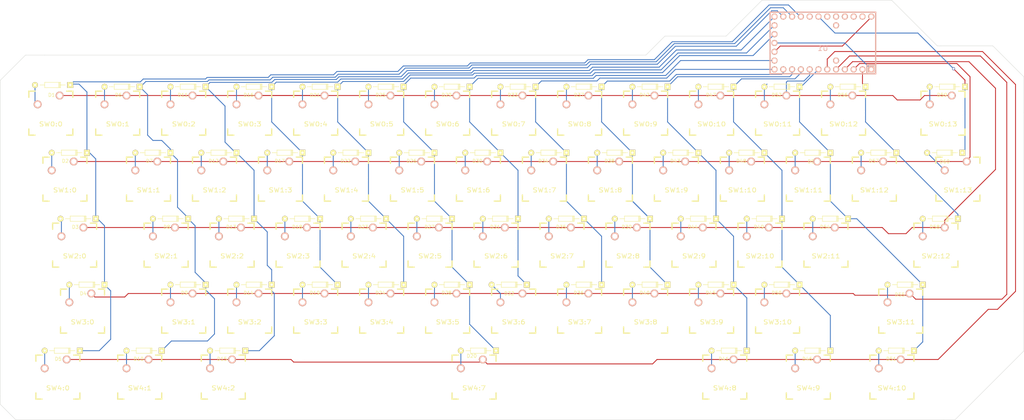
<source format=kicad_pcb>
(kicad_pcb (version 4) (host pcbnew "(2015-01-16 BZR 5376)-product")
  (layers (0 F.Cu signal) (31 B.Cu signal) (34 B.Paste user) (35 F.Paste user) (36 B.SilkS user) (37 F.SilkS user) (38 B.Mask user) (39 F.Mask user) (44 Edge.Cuts user))
  (net 0 "")
  (net 1 "Net-(D1-Pad1)")
  (net 2 /COL0)
  (net 3 "Net-(D2-Pad1)")
  (net 4 "Net-(D3-Pad1)")
  (net 5 "Net-(D4-Pad1)")
  (net 6 "Net-(D5-Pad1)")
  (net 7 "Net-(D6-Pad1)")
  (net 8 /COL1)
  (net 9 "Net-(D7-Pad1)")
  (net 10 "Net-(D8-Pad1)")
  (net 11 "Net-(D9-Pad1)")
  (net 12 "Net-(D10-Pad1)")
  (net 13 "Net-(D11-Pad1)")
  (net 14 /COL2)
  (net 15 "Net-(D12-Pad1)")
  (net 16 "Net-(D13-Pad1)")
  (net 17 "Net-(D14-Pad1)")
  (net 18 "Net-(D15-Pad1)")
  (net 19 "Net-(D16-Pad1)")
  (net 20 /COL3)
  (net 21 "Net-(D17-Pad1)")
  (net 22 "Net-(D18-Pad1)")
  (net 23 "Net-(D19-Pad1)")
  (net 24 "Net-(D20-Pad1)")
  (net 25 /COL10)
  (net 26 "Net-(D21-Pad1)")
  (net 27 /COL4)
  (net 28 "Net-(D22-Pad1)")
  (net 29 "Net-(D23-Pad1)")
  (net 30 "Net-(D24-Pad1)")
  (net 31 "Net-(D25-Pad1)")
  (net 32 /COL5)
  (net 33 "Net-(D26-Pad1)")
  (net 34 "Net-(D27-Pad1)")
  (net 35 "Net-(D28-Pad1)")
  (net 36 "Net-(D29-Pad1)")
  (net 37 /COL6)
  (net 38 "Net-(D30-Pad1)")
  (net 39 "Net-(D31-Pad1)")
  (net 40 "Net-(D32-Pad1)")
  (net 41 "Net-(D33-Pad1)")
  (net 42 "Net-(D34-Pad1)")
  (net 43 "Net-(D35-Pad1)")
  (net 44 "Net-(D36-Pad1)")
  (net 45 "Net-(D37-Pad1)")
  (net 46 /COL8)
  (net 47 "Net-(D38-Pad1)")
  (net 48 "Net-(D39-Pad1)")
  (net 49 "Net-(D40-Pad1)")
  (net 50 "Net-(D41-Pad1)")
  (net 51 /COL11)
  (net 52 "Net-(D42-Pad1)")
  (net 53 "Net-(D43-Pad1)")
  (net 54 "Net-(D44-Pad1)")
  (net 55 "Net-(D45-Pad1)")
  (net 56 "Net-(D46-Pad1)")
  (net 57 /COL12)
  (net 58 "Net-(D47-Pad1)")
  (net 59 "Net-(D48-Pad1)")
  (net 60 "Net-(D49-Pad1)")
  (net 61 "Net-(D50-Pad1)")
  (net 62 "Net-(D51-Pad1)")
  (net 63 /COL13)
  (net 64 "Net-(D52-Pad1)")
  (net 65 "Net-(D53-Pad1)")
  (net 66 "Net-(D54-Pad1)")
  (net 67 "Net-(D55-Pad1)")
  (net 68 "Net-(D56-Pad1)")
  (net 69 "Net-(D57-Pad1)")
  (net 70 "Net-(D58-Pad1)")
  (net 71 "Net-(D59-Pad1)")
  (net 72 "Net-(D60-Pad1)")
  (net 73 /ROW0)
  (net 74 /ROW1)
  (net 75 /ROW2)
  (net 76 /ROW3)
  (net 77 /ROW4)
  (net 78 GND)
  (net 79 VCC)
  (net 80 "Net-(U1-Pad30)")
  (net 81 /COL7)
  (net 82 /COL9)
  (net 83 "Net-(U1-Pad24)")
  (net 84 "Net-(U1-Pad25)")
  (net 85 "Net-(U1-Pad26)")
  (net 86 "Net-(U1-Pad27)")
  (net 87 "Net-(U1-Pad28)")
  (net 88 "Net-(U1-Pad31)")
  (net 89 "Net-(U1-Pad22)")
  (module Diodes_ThroughHole:Diode_DO-35_SOD27_Horizontal_RM10 (layer F.Cu) (at 37.084 59.182)
    (fp_text reference D1 (at -0.3048 2.8956) (layer F.SilkS))
    (fp_text value DIODE hide)
    (pad 1 thru_hole circle (at -5.08 0) (size 1.69926 1.69926) (drill 0.70104) (layers *.Cu *.Mask F.SilkS) (net 1 "Net-(D1-Pad1)"))
    (pad 2 thru_hole rect (at 5.08 0) (size 1.69926 1.69926) (drill 0.70104) (layers *.Cu *.Mask F.SilkS) (net 2 /COL0))
  )
  (module Diodes_ThroughHole:Diode_DO-35_SOD27_Horizontal_RM10 (layer F.Cu) (at 41.91 78.74)
    (fp_text reference D2 (at -1.1684 2.3876) (layer F.SilkS))
    (fp_text value DIODE hide)
    (pad 1 thru_hole circle (at -5.08 0) (size 1.69926 1.69926) (drill 0.70104) (layers *.Cu *.Mask F.SilkS) (net 3 "Net-(D2-Pad1)"))
    (pad 2 thru_hole rect (at 5.08 0) (size 1.69926 1.69926) (drill 0.70104) (layers *.Cu *.Mask F.SilkS) (net 2 /COL0))
  )
  (module Diodes_ThroughHole:Diode_DO-35_SOD27_Horizontal_RM10 (layer F.Cu) (at 44.45 97.79)
    (fp_text reference D3 (at -0.8128 2.3876) (layer F.SilkS))
    (fp_text value DIODE hide)
    (pad 1 thru_hole circle (at -5.08 0) (size 1.69926 1.69926) (drill 0.70104) (layers *.Cu *.Mask F.SilkS) (net 4 "Net-(D3-Pad1)"))
    (pad 2 thru_hole rect (at 5.08 0) (size 1.69926 1.69926) (drill 0.70104) (layers *.Cu *.Mask F.SilkS) (net 2 /COL0))
  )
  (module Diodes_ThroughHole:Diode_DO-35_SOD27_Horizontal_RM10 (layer F.Cu) (at 46.99 116.84)
    (fp_text reference D4 (at -1.0668 2.54) (layer F.SilkS))
    (fp_text value DIODE hide)
    (pad 1 thru_hole circle (at -5.08 0) (size 1.69926 1.69926) (drill 0.70104) (layers *.Cu *.Mask F.SilkS) (net 5 "Net-(D4-Pad1)"))
    (pad 2 thru_hole rect (at 5.08 0) (size 1.69926 1.69926) (drill 0.70104) (layers *.Cu *.Mask F.SilkS) (net 2 /COL0))
  )
  (module Diodes_ThroughHole:Diode_DO-35_SOD27_Horizontal_RM10 (layer F.Cu) (at 39.878 135.89)
    (fp_text reference D5 (at -1.1684 2.3876) (layer F.SilkS))
    (fp_text value DIODE hide)
    (pad 1 thru_hole circle (at -5.08 0) (size 1.69926 1.69926) (drill 0.70104) (layers *.Cu *.Mask F.SilkS) (net 6 "Net-(D5-Pad1)"))
    (pad 2 thru_hole rect (at 5.08 0) (size 1.69926 1.69926) (drill 0.70104) (layers *.Cu *.Mask F.SilkS) (net 2 /COL0))
  )
  (module Diodes_ThroughHole:Diode_DO-35_SOD27_Horizontal_RM10 (layer F.Cu) (at 57.15 59.69)
    (fp_text reference D6 (at -1.0668 2.3876) (layer F.SilkS))
    (fp_text value DIODE hide)
    (pad 1 thru_hole circle (at -5.08 0) (size 1.69926 1.69926) (drill 0.70104) (layers *.Cu *.Mask F.SilkS) (net 7 "Net-(D6-Pad1)"))
    (pad 2 thru_hole rect (at 5.08 0) (size 1.69926 1.69926) (drill 0.70104) (layers *.Cu *.Mask F.SilkS) (net 8 /COL1))
  )
  (module Diodes_ThroughHole:Diode_DO-35_SOD27_Horizontal_RM10 (layer F.Cu) (at 66.04 78.74)
    (fp_text reference D7 (at -1.016 2.3876) (layer F.SilkS))
    (fp_text value DIODE hide)
    (pad 1 thru_hole circle (at -5.08 0) (size 1.69926 1.69926) (drill 0.70104) (layers *.Cu *.Mask F.SilkS) (net 9 "Net-(D7-Pad1)"))
    (pad 2 thru_hole rect (at 5.08 0) (size 1.69926 1.69926) (drill 0.70104) (layers *.Cu *.Mask F.SilkS) (net 8 /COL1))
  )
  (module Diodes_ThroughHole:Diode_DO-35_SOD27_Horizontal_RM10 (layer F.Cu) (at 71.12 97.79)
    (fp_text reference D8 (at -1.0668 2.3876) (layer F.SilkS))
    (fp_text value DIODE hide)
    (pad 1 thru_hole circle (at -5.08 0) (size 1.69926 1.69926) (drill 0.70104) (layers *.Cu *.Mask F.SilkS) (net 10 "Net-(D8-Pad1)"))
    (pad 2 thru_hole rect (at 5.08 0) (size 1.69926 1.69926) (drill 0.70104) (layers *.Cu *.Mask F.SilkS) (net 8 /COL1))
  )
  (module Diodes_ThroughHole:Diode_DO-35_SOD27_Horizontal_RM10 (layer F.Cu) (at 76.2 116.84)
    (fp_text reference D9 (at -1.0668 2.3876) (layer F.SilkS))
    (fp_text value DIODE hide)
    (pad 1 thru_hole circle (at -5.08 0) (size 1.69926 1.69926) (drill 0.70104) (layers *.Cu *.Mask F.SilkS) (net 11 "Net-(D9-Pad1)"))
    (pad 2 thru_hole rect (at 5.08 0) (size 1.69926 1.69926) (drill 0.70104) (layers *.Cu *.Mask F.SilkS) (net 8 /COL1))
  )
  (module Diodes_ThroughHole:Diode_DO-35_SOD27_Horizontal_RM10 (layer F.Cu) (at 63.5 135.89)
    (fp_text reference D10 (at -1.5748 2.3876) (layer F.SilkS))
    (fp_text value DIODE hide)
    (pad 1 thru_hole circle (at -5.08 0) (size 1.69926 1.69926) (drill 0.70104) (layers *.Cu *.Mask F.SilkS) (net 12 "Net-(D10-Pad1)"))
    (pad 2 thru_hole rect (at 5.08 0) (size 1.69926 1.69926) (drill 0.70104) (layers *.Cu *.Mask F.SilkS) (net 8 /COL1))
  )
  (module Diodes_ThroughHole:Diode_DO-35_SOD27_Horizontal_RM10 (layer F.Cu) (at 76.2 59.69)
    (fp_text reference D11 (at -1.524 2.3876) (layer F.SilkS))
    (fp_text value DIODE hide)
    (pad 1 thru_hole circle (at -5.08 0) (size 1.69926 1.69926) (drill 0.70104) (layers *.Cu *.Mask F.SilkS) (net 13 "Net-(D11-Pad1)"))
    (pad 2 thru_hole rect (at 5.08 0) (size 1.69926 1.69926) (drill 0.70104) (layers *.Cu *.Mask F.SilkS) (net 14 /COL2))
  )
  (module Diodes_ThroughHole:Diode_DO-35_SOD27_Horizontal_RM10 (layer F.Cu) (at 85.09 78.74)
    (fp_text reference D12 (at -1.524 2.3876) (layer F.SilkS))
    (fp_text value DIODE hide)
    (pad 1 thru_hole circle (at -5.08 0) (size 1.69926 1.69926) (drill 0.70104) (layers *.Cu *.Mask F.SilkS) (net 15 "Net-(D12-Pad1)"))
    (pad 2 thru_hole rect (at 5.08 0) (size 1.69926 1.69926) (drill 0.70104) (layers *.Cu *.Mask F.SilkS) (net 14 /COL2))
  )
  (module Diodes_ThroughHole:Diode_DO-35_SOD27_Horizontal_RM10 (layer F.Cu) (at 90.17 97.79)
    (fp_text reference D13 (at -1.524 2.3876) (layer F.SilkS))
    (fp_text value DIODE hide)
    (pad 1 thru_hole circle (at -5.08 0) (size 1.69926 1.69926) (drill 0.70104) (layers *.Cu *.Mask F.SilkS) (net 16 "Net-(D13-Pad1)"))
    (pad 2 thru_hole rect (at 5.08 0) (size 1.69926 1.69926) (drill 0.70104) (layers *.Cu *.Mask F.SilkS) (net 14 /COL2))
  )
  (module Diodes_ThroughHole:Diode_DO-35_SOD27_Horizontal_RM10 (layer F.Cu) (at 95.25 116.84)
    (fp_text reference D14 (at -1.5748 2.3876) (layer F.SilkS))
    (fp_text value DIODE hide)
    (pad 1 thru_hole circle (at -5.08 0) (size 1.69926 1.69926) (drill 0.70104) (layers *.Cu *.Mask F.SilkS) (net 17 "Net-(D14-Pad1)"))
    (pad 2 thru_hole rect (at 5.08 0) (size 1.69926 1.69926) (drill 0.70104) (layers *.Cu *.Mask F.SilkS) (net 14 /COL2))
  )
  (module Diodes_ThroughHole:Diode_DO-35_SOD27_Horizontal_RM10 (layer F.Cu) (at 87.63 135.89)
    (fp_text reference D15 (at -1.6256 2.3876) (layer F.SilkS))
    (fp_text value DIODE hide)
    (pad 1 thru_hole circle (at -5.08 0) (size 1.69926 1.69926) (drill 0.70104) (layers *.Cu *.Mask F.SilkS) (net 18 "Net-(D15-Pad1)"))
    (pad 2 thru_hole rect (at 5.08 0) (size 1.69926 1.69926) (drill 0.70104) (layers *.Cu *.Mask F.SilkS) (net 14 /COL2))
  )
  (module Diodes_ThroughHole:Diode_DO-35_SOD27_Horizontal_RM10 (layer F.Cu) (at 95.25 59.69)
    (fp_text reference D16 (at -1.5748 2.3876) (layer F.SilkS))
    (fp_text value DIODE hide)
    (pad 1 thru_hole circle (at -5.08 0) (size 1.69926 1.69926) (drill 0.70104) (layers *.Cu *.Mask F.SilkS) (net 19 "Net-(D16-Pad1)"))
    (pad 2 thru_hole rect (at 5.08 0) (size 1.69926 1.69926) (drill 0.70104) (layers *.Cu *.Mask F.SilkS) (net 20 /COL3))
  )
  (module Diodes_ThroughHole:Diode_DO-35_SOD27_Horizontal_RM10 (layer F.Cu) (at 104.14 78.74)
    (fp_text reference D17 (at -1.4732 2.3876) (layer F.SilkS))
    (fp_text value DIODE hide)
    (pad 1 thru_hole circle (at -5.08 0) (size 1.69926 1.69926) (drill 0.70104) (layers *.Cu *.Mask F.SilkS) (net 21 "Net-(D17-Pad1)"))
    (pad 2 thru_hole rect (at 5.08 0) (size 1.69926 1.69926) (drill 0.70104) (layers *.Cu *.Mask F.SilkS) (net 20 /COL3))
  )
  (module Diodes_ThroughHole:Diode_DO-35_SOD27_Horizontal_RM10 (layer F.Cu) (at 109.22 97.79)
    (fp_text reference D18 (at -1.524 2.3876) (layer F.SilkS))
    (fp_text value DIODE hide)
    (pad 1 thru_hole circle (at -5.08 0) (size 1.69926 1.69926) (drill 0.70104) (layers *.Cu *.Mask F.SilkS) (net 22 "Net-(D18-Pad1)"))
    (pad 2 thru_hole rect (at 5.08 0) (size 1.69926 1.69926) (drill 0.70104) (layers *.Cu *.Mask F.SilkS) (net 20 /COL3))
  )
  (module Diodes_ThroughHole:Diode_DO-35_SOD27_Horizontal_RM10 (layer F.Cu) (at 114.3 116.84)
    (fp_text reference D19 (at -1.524 2.3876) (layer F.SilkS))
    (fp_text value DIODE hide)
    (pad 1 thru_hole circle (at -5.08 0) (size 1.69926 1.69926) (drill 0.70104) (layers *.Cu *.Mask F.SilkS) (net 23 "Net-(D19-Pad1)"))
    (pad 2 thru_hole rect (at 5.08 0) (size 1.69926 1.69926) (drill 0.70104) (layers *.Cu *.Mask F.SilkS) (net 20 /COL3))
  )
  (module Diodes_ThroughHole:Diode_DO-35_SOD27_Horizontal_RM10 (layer F.Cu) (at 160.02 135.89)
    (fp_text reference D20 (at -1.9304 1.524) (layer F.SilkS))
    (fp_text value DIODE hide)
    (pad 1 thru_hole circle (at -5.08 0) (size 1.69926 1.69926) (drill 0.70104) (layers *.Cu *.Mask F.SilkS) (net 24 "Net-(D20-Pad1)"))
    (pad 2 thru_hole rect (at 5.08 0) (size 1.69926 1.69926) (drill 0.70104) (layers *.Cu *.Mask F.SilkS) (net 32 /COL5))
  )
  (module Diodes_ThroughHole:Diode_DO-35_SOD27_Horizontal_RM10 (layer F.Cu) (at 114.3 59.69)
    (fp_text reference D21 (at -1.4732 2.4384) (layer F.SilkS))
    (fp_text value DIODE hide)
    (pad 1 thru_hole circle (at -5.08 0) (size 1.69926 1.69926) (drill 0.70104) (layers *.Cu *.Mask F.SilkS) (net 26 "Net-(D21-Pad1)"))
    (pad 2 thru_hole rect (at 5.08 0) (size 1.69926 1.69926) (drill 0.70104) (layers *.Cu *.Mask F.SilkS) (net 27 /COL4))
  )
  (module Diodes_ThroughHole:Diode_DO-35_SOD27_Horizontal_RM10 (layer F.Cu) (at 123.19 78.74)
    (fp_text reference D22 (at -1.524 2.3876) (layer F.SilkS))
    (fp_text value DIODE hide)
    (pad 1 thru_hole circle (at -5.08 0) (size 1.69926 1.69926) (drill 0.70104) (layers *.Cu *.Mask F.SilkS) (net 28 "Net-(D22-Pad1)"))
    (pad 2 thru_hole rect (at 5.08 0) (size 1.69926 1.69926) (drill 0.70104) (layers *.Cu *.Mask F.SilkS) (net 27 /COL4))
  )
  (module Diodes_ThroughHole:Diode_DO-35_SOD27_Horizontal_RM10 (layer F.Cu) (at 128.27 97.79)
    (fp_text reference D23 (at -1.524 2.3876) (layer F.SilkS))
    (fp_text value DIODE hide)
    (pad 1 thru_hole circle (at -5.08 0) (size 1.69926 1.69926) (drill 0.70104) (layers *.Cu *.Mask F.SilkS) (net 29 "Net-(D23-Pad1)"))
    (pad 2 thru_hole rect (at 5.08 0) (size 1.69926 1.69926) (drill 0.70104) (layers *.Cu *.Mask F.SilkS) (net 27 /COL4))
  )
  (module Diodes_ThroughHole:Diode_DO-35_SOD27_Horizontal_RM10 (layer F.Cu) (at 133.35 116.84)
    (fp_text reference D24 (at -1.6256 2.3876) (layer F.SilkS))
    (fp_text value DIODE hide)
    (pad 1 thru_hole circle (at -5.08 0) (size 1.69926 1.69926) (drill 0.70104) (layers *.Cu *.Mask F.SilkS) (net 30 "Net-(D24-Pad1)"))
    (pad 2 thru_hole rect (at 5.08 0) (size 1.69926 1.69926) (drill 0.70104) (layers *.Cu *.Mask F.SilkS) (net 27 /COL4))
  )
  (module Diodes_ThroughHole:Diode_DO-35_SOD27_Horizontal_RM10 (layer F.Cu) (at 133.35 59.69)
    (fp_text reference D25 (at -1.5748 2.3876) (layer F.SilkS))
    (fp_text value DIODE hide)
    (pad 1 thru_hole circle (at -5.08 0) (size 1.69926 1.69926) (drill 0.70104) (layers *.Cu *.Mask F.SilkS) (net 31 "Net-(D25-Pad1)"))
    (pad 2 thru_hole rect (at 5.08 0) (size 1.69926 1.69926) (drill 0.70104) (layers *.Cu *.Mask F.SilkS) (net 32 /COL5))
  )
  (module Diodes_ThroughHole:Diode_DO-35_SOD27_Horizontal_RM10 (layer F.Cu) (at 142.24 78.74)
    (fp_text reference D26 (at -1.524 2.3876) (layer F.SilkS))
    (fp_text value DIODE hide)
    (pad 1 thru_hole circle (at -5.08 0) (size 1.69926 1.69926) (drill 0.70104) (layers *.Cu *.Mask F.SilkS) (net 33 "Net-(D26-Pad1)"))
    (pad 2 thru_hole rect (at 5.08 0) (size 1.69926 1.69926) (drill 0.70104) (layers *.Cu *.Mask F.SilkS) (net 32 /COL5))
  )
  (module Diodes_ThroughHole:Diode_DO-35_SOD27_Horizontal_RM10 (layer F.Cu) (at 147.32 97.79)
    (fp_text reference D27 (at -1.4224 2.3876) (layer F.SilkS))
    (fp_text value DIODE hide)
    (pad 1 thru_hole circle (at -5.08 0) (size 1.69926 1.69926) (drill 0.70104) (layers *.Cu *.Mask F.SilkS) (net 34 "Net-(D27-Pad1)"))
    (pad 2 thru_hole rect (at 5.08 0) (size 1.69926 1.69926) (drill 0.70104) (layers *.Cu *.Mask F.SilkS) (net 32 /COL5))
  )
  (module Diodes_ThroughHole:Diode_DO-35_SOD27_Horizontal_RM10 (layer F.Cu) (at 152.4 116.84)
    (fp_text reference D28 (at -1.5748 2.3876) (layer F.SilkS))
    (fp_text value DIODE hide)
    (pad 1 thru_hole circle (at -5.08 0) (size 1.69926 1.69926) (drill 0.70104) (layers *.Cu *.Mask F.SilkS) (net 35 "Net-(D28-Pad1)"))
    (pad 2 thru_hole rect (at 5.08 0) (size 1.69926 1.69926) (drill 0.70104) (layers *.Cu *.Mask F.SilkS) (net 32 /COL5))
  )
  (module Diodes_ThroughHole:Diode_DO-35_SOD27_Horizontal_RM10 (layer F.Cu) (at 152.4 59.69)
    (fp_text reference D29 (at -1.5748 2.3876) (layer F.SilkS))
    (fp_text value DIODE hide)
    (pad 1 thru_hole circle (at -5.08 0) (size 1.69926 1.69926) (drill 0.70104) (layers *.Cu *.Mask F.SilkS) (net 36 "Net-(D29-Pad1)"))
    (pad 2 thru_hole rect (at 5.08 0) (size 1.69926 1.69926) (drill 0.70104) (layers *.Cu *.Mask F.SilkS) (net 37 /COL6))
  )
  (module Diodes_ThroughHole:Diode_DO-35_SOD27_Horizontal_RM10 (layer F.Cu) (at 161.29 78.74)
    (fp_text reference D30 (at -1.5748 2.3876) (layer F.SilkS))
    (fp_text value DIODE hide)
    (pad 1 thru_hole circle (at -5.08 0) (size 1.69926 1.69926) (drill 0.70104) (layers *.Cu *.Mask F.SilkS) (net 38 "Net-(D30-Pad1)"))
    (pad 2 thru_hole rect (at 5.08 0) (size 1.69926 1.69926) (drill 0.70104) (layers *.Cu *.Mask F.SilkS) (net 37 /COL6))
  )
  (module Diodes_ThroughHole:Diode_DO-35_SOD27_Horizontal_RM10 (layer F.Cu) (at 166.37 97.79)
    (fp_text reference D31 (at -1.524 2.3876) (layer F.SilkS))
    (fp_text value DIODE hide)
    (pad 1 thru_hole circle (at -5.08 0) (size 1.69926 1.69926) (drill 0.70104) (layers *.Cu *.Mask F.SilkS) (net 39 "Net-(D31-Pad1)"))
    (pad 2 thru_hole rect (at 5.08 0) (size 1.69926 1.69926) (drill 0.70104) (layers *.Cu *.Mask F.SilkS) (net 37 /COL6))
  )
  (module Diodes_ThroughHole:Diode_DO-35_SOD27_Horizontal_RM10 (layer F.Cu) (at 168.91 116.84)
    (fp_text reference D32 (at 0 2.54) (layer F.SilkS))
    (fp_text value DIODE hide)
    (pad 1 thru_hole circle (at -5.08 0) (size 1.69926 1.69926) (drill 0.70104) (layers *.Cu *.Mask F.SilkS) (net 40 "Net-(D32-Pad1)"))
    (pad 2 thru_hole rect (at 5.08 0) (size 1.69926 1.69926) (drill 0.70104) (layers *.Cu *.Mask F.SilkS) (net 37 /COL6))
  )
  (module Diodes_ThroughHole:Diode_DO-35_SOD27_Horizontal_RM10 (layer F.Cu) (at 171.45 59.69)
    (fp_text reference D33 (at -1.524 2.3876) (layer F.SilkS))
    (fp_text value DIODE hide)
    (pad 1 thru_hole circle (at -5.08 0) (size 1.69926 1.69926) (drill 0.70104) (layers *.Cu *.Mask F.SilkS) (net 41 "Net-(D33-Pad1)"))
    (pad 2 thru_hole rect (at 5.08 0) (size 1.69926 1.69926) (drill 0.70104) (layers *.Cu *.Mask F.SilkS) (net 81 /COL7))
  )
  (module Diodes_ThroughHole:Diode_DO-35_SOD27_Horizontal_RM10 (layer F.Cu) (at 180.34 78.74)
    (fp_text reference D34 (at -1.5748 2.3876) (layer F.SilkS))
    (fp_text value DIODE hide)
    (pad 1 thru_hole circle (at -5.08 0) (size 1.69926 1.69926) (drill 0.70104) (layers *.Cu *.Mask F.SilkS) (net 42 "Net-(D34-Pad1)"))
    (pad 2 thru_hole rect (at 5.08 0) (size 1.69926 1.69926) (drill 0.70104) (layers *.Cu *.Mask F.SilkS) (net 81 /COL7))
  )
  (module Diodes_ThroughHole:Diode_DO-35_SOD27_Horizontal_RM10 (layer F.Cu) (at 185.42 97.79)
    (fp_text reference D35 (at -1.524 2.3876) (layer F.SilkS))
    (fp_text value DIODE hide)
    (pad 1 thru_hole circle (at -5.08 0) (size 1.69926 1.69926) (drill 0.70104) (layers *.Cu *.Mask F.SilkS) (net 43 "Net-(D35-Pad1)"))
    (pad 2 thru_hole rect (at 5.08 0) (size 1.69926 1.69926) (drill 0.70104) (layers *.Cu *.Mask F.SilkS) (net 81 /COL7))
  )
  (module Diodes_ThroughHole:Diode_DO-35_SOD27_Horizontal_RM10 (layer F.Cu) (at 190.5 116.84)
    (fp_text reference D36 (at -1.524 2.3876) (layer F.SilkS))
    (fp_text value DIODE hide)
    (pad 1 thru_hole circle (at -5.08 0) (size 1.69926 1.69926) (drill 0.70104) (layers *.Cu *.Mask F.SilkS) (net 44 "Net-(D36-Pad1)"))
    (pad 2 thru_hole rect (at 5.08 0) (size 1.69926 1.69926) (drill 0.70104) (layers *.Cu *.Mask F.SilkS) (net 81 /COL7))
  )
  (module Diodes_ThroughHole:Diode_DO-35_SOD27_Horizontal_RM10 (layer F.Cu) (at 190.5 59.69)
    (fp_text reference D37 (at -1.4224 2.3876) (layer F.SilkS))
    (fp_text value DIODE hide)
    (pad 1 thru_hole circle (at -5.08 0) (size 1.69926 1.69926) (drill 0.70104) (layers *.Cu *.Mask F.SilkS) (net 45 "Net-(D37-Pad1)"))
    (pad 2 thru_hole rect (at 5.08 0) (size 1.69926 1.69926) (drill 0.70104) (layers *.Cu *.Mask F.SilkS) (net 46 /COL8))
  )
  (module Diodes_ThroughHole:Diode_DO-35_SOD27_Horizontal_RM10 (layer F.Cu) (at 199.39 78.74)
    (fp_text reference D38 (at -1.524 2.3876) (layer F.SilkS))
    (fp_text value DIODE hide)
    (pad 1 thru_hole circle (at -5.08 0) (size 1.69926 1.69926) (drill 0.70104) (layers *.Cu *.Mask F.SilkS) (net 47 "Net-(D38-Pad1)"))
    (pad 2 thru_hole rect (at 5.08 0) (size 1.69926 1.69926) (drill 0.70104) (layers *.Cu *.Mask F.SilkS) (net 46 /COL8))
  )
  (module Diodes_ThroughHole:Diode_DO-35_SOD27_Horizontal_RM10 (layer F.Cu) (at 204.47 97.79)
    (fp_text reference D39 (at -1.6256 2.3876) (layer F.SilkS))
    (fp_text value DIODE hide)
    (pad 1 thru_hole circle (at -5.08 0) (size 1.69926 1.69926) (drill 0.70104) (layers *.Cu *.Mask F.SilkS) (net 48 "Net-(D39-Pad1)"))
    (pad 2 thru_hole rect (at 5.08 0) (size 1.69926 1.69926) (drill 0.70104) (layers *.Cu *.Mask F.SilkS) (net 46 /COL8))
  )
  (module Diodes_ThroughHole:Diode_DO-35_SOD27_Horizontal_RM10 (layer F.Cu) (at 209.55 116.84)
    (fp_text reference D40 (at -1.524 2.3876) (layer F.SilkS))
    (fp_text value DIODE hide)
    (pad 1 thru_hole circle (at -5.08 0) (size 1.69926 1.69926) (drill 0.70104) (layers *.Cu *.Mask F.SilkS) (net 49 "Net-(D40-Pad1)"))
    (pad 2 thru_hole rect (at 5.08 0) (size 1.69926 1.69926) (drill 0.70104) (layers *.Cu *.Mask F.SilkS) (net 46 /COL8))
  )
  (module Diodes_ThroughHole:Diode_DO-35_SOD27_Horizontal_RM10 (layer F.Cu) (at 232.41 135.89)
    (fp_text reference D41 (at -1.5748 2.3876) (layer F.SilkS))
    (fp_text value DIODE hide)
    (pad 1 thru_hole circle (at -5.08 0) (size 1.69926 1.69926) (drill 0.70104) (layers *.Cu *.Mask F.SilkS) (net 50 "Net-(D41-Pad1)"))
    (pad 2 thru_hole rect (at 5.08 0) (size 1.69926 1.69926) (drill 0.70104) (layers *.Cu *.Mask F.SilkS) (net 82 /COL9))
  )
  (module Diodes_ThroughHole:Diode_DO-35_SOD27_Horizontal_RM10 (layer F.Cu) (at 209.55 59.69)
    (fp_text reference D42 (at -1.5748 2.3876) (layer F.SilkS))
    (fp_text value DIODE hide)
    (pad 1 thru_hole circle (at -5.08 0) (size 1.69926 1.69926) (drill 0.70104) (layers *.Cu *.Mask F.SilkS) (net 52 "Net-(D42-Pad1)"))
    (pad 2 thru_hole rect (at 5.08 0) (size 1.69926 1.69926) (drill 0.70104) (layers *.Cu *.Mask F.SilkS) (net 82 /COL9))
  )
  (module Diodes_ThroughHole:Diode_DO-35_SOD27_Horizontal_RM10 (layer F.Cu) (at 218.44 78.74)
    (fp_text reference D43 (at -1.5748 2.3876) (layer F.SilkS))
    (fp_text value DIODE hide)
    (pad 1 thru_hole circle (at -5.08 0) (size 1.69926 1.69926) (drill 0.70104) (layers *.Cu *.Mask F.SilkS) (net 53 "Net-(D43-Pad1)"))
    (pad 2 thru_hole rect (at 5.08 0) (size 1.69926 1.69926) (drill 0.70104) (layers *.Cu *.Mask F.SilkS) (net 82 /COL9))
  )
  (module Diodes_ThroughHole:Diode_DO-35_SOD27_Horizontal_RM10 (layer F.Cu) (at 223.52 97.79)
    (fp_text reference D44 (at -1.5748 2.3876) (layer F.SilkS))
    (fp_text value DIODE hide)
    (pad 1 thru_hole circle (at -5.08 0) (size 1.69926 1.69926) (drill 0.70104) (layers *.Cu *.Mask F.SilkS) (net 54 "Net-(D44-Pad1)"))
    (pad 2 thru_hole rect (at 5.08 0) (size 1.69926 1.69926) (drill 0.70104) (layers *.Cu *.Mask F.SilkS) (net 82 /COL9))
  )
  (module Diodes_ThroughHole:Diode_DO-35_SOD27_Horizontal_RM10 (layer F.Cu) (at 228.6 116.84)
    (fp_text reference D45 (at -1.524 2.3876) (layer F.SilkS))
    (fp_text value DIODE hide)
    (pad 1 thru_hole circle (at -5.08 0) (size 1.69926 1.69926) (drill 0.70104) (layers *.Cu *.Mask F.SilkS) (net 55 "Net-(D45-Pad1)"))
    (pad 2 thru_hole rect (at 5.08 0) (size 1.69926 1.69926) (drill 0.70104) (layers *.Cu *.Mask F.SilkS) (net 82 /COL9))
  )
  (module Diodes_ThroughHole:Diode_DO-35_SOD27_Horizontal_RM10 (layer F.Cu) (at 256.54 135.89)
    (fp_text reference D46 (at -1.5748 2.3876) (layer F.SilkS))
    (fp_text value DIODE hide)
    (pad 1 thru_hole circle (at -5.08 0) (size 1.69926 1.69926) (drill 0.70104) (layers *.Cu *.Mask F.SilkS) (net 56 "Net-(D46-Pad1)"))
    (pad 2 thru_hole rect (at 5.08 0) (size 1.69926 1.69926) (drill 0.70104) (layers *.Cu *.Mask F.SilkS) (net 25 /COL10))
  )
  (module Diodes_ThroughHole:Diode_DO-35_SOD27_Horizontal_RM10 (layer F.Cu) (at 228.6 59.69)
    (fp_text reference D47 (at -1.4224 2.3876) (layer F.SilkS))
    (fp_text value DIODE hide)
    (pad 1 thru_hole circle (at -5.08 0) (size 1.69926 1.69926) (drill 0.70104) (layers *.Cu *.Mask F.SilkS) (net 58 "Net-(D47-Pad1)"))
    (pad 2 thru_hole rect (at 5.08 0) (size 1.69926 1.69926) (drill 0.70104) (layers *.Cu *.Mask F.SilkS) (net 25 /COL10))
  )
  (module Diodes_ThroughHole:Diode_DO-35_SOD27_Horizontal_RM10 (layer F.Cu) (at 237.49 78.74)
    (fp_text reference D48 (at -1.5748 2.3876) (layer F.SilkS))
    (fp_text value DIODE hide)
    (pad 1 thru_hole circle (at -5.08 0) (size 1.69926 1.69926) (drill 0.70104) (layers *.Cu *.Mask F.SilkS) (net 59 "Net-(D48-Pad1)"))
    (pad 2 thru_hole rect (at 5.08 0) (size 1.69926 1.69926) (drill 0.70104) (layers *.Cu *.Mask F.SilkS) (net 25 /COL10))
  )
  (module Diodes_ThroughHole:Diode_DO-35_SOD27_Horizontal_RM10 (layer F.Cu) (at 242.57 97.79)
    (fp_text reference D49 (at -1.5748 2.3876) (layer F.SilkS))
    (fp_text value DIODE hide)
    (pad 1 thru_hole circle (at -5.08 0) (size 1.69926 1.69926) (drill 0.70104) (layers *.Cu *.Mask F.SilkS) (net 60 "Net-(D49-Pad1)"))
    (pad 2 thru_hole rect (at 5.08 0) (size 1.69926 1.69926) (drill 0.70104) (layers *.Cu *.Mask F.SilkS) (net 25 /COL10))
  )
  (module Diodes_ThroughHole:Diode_DO-35_SOD27_Horizontal_RM10 (layer F.Cu) (at 247.65 116.84)
    (fp_text reference D50 (at -1.524 2.3876) (layer F.SilkS))
    (fp_text value DIODE hide)
    (pad 1 thru_hole circle (at -5.08 0) (size 1.69926 1.69926) (drill 0.70104) (layers *.Cu *.Mask F.SilkS) (net 61 "Net-(D50-Pad1)"))
    (pad 2 thru_hole rect (at 5.08 0) (size 1.69926 1.69926) (drill 0.70104) (layers *.Cu *.Mask F.SilkS) (net 25 /COL10))
  )
  (module Diodes_ThroughHole:Diode_DO-35_SOD27_Horizontal_RM10 (layer F.Cu) (at 280.67 135.89)
    (fp_text reference D51 (at -1.4732 2.3876) (layer F.SilkS))
    (fp_text value DIODE hide)
    (pad 1 thru_hole circle (at -5.08 0) (size 1.69926 1.69926) (drill 0.70104) (layers *.Cu *.Mask F.SilkS) (net 62 "Net-(D51-Pad1)"))
    (pad 2 thru_hole rect (at 5.08 0) (size 1.69926 1.69926) (drill 0.70104) (layers *.Cu *.Mask F.SilkS) (net 51 /COL11))
  )
  (module Diodes_ThroughHole:Diode_DO-35_SOD27_Horizontal_RM10 (layer F.Cu) (at 247.65 59.69)
    (fp_text reference D52 (at -1.524 2.3876) (layer F.SilkS))
    (fp_text value DIODE hide)
    (pad 1 thru_hole circle (at -5.08 0) (size 1.69926 1.69926) (drill 0.70104) (layers *.Cu *.Mask F.SilkS) (net 64 "Net-(D52-Pad1)"))
    (pad 2 thru_hole rect (at 5.08 0) (size 1.69926 1.69926) (drill 0.70104) (layers *.Cu *.Mask F.SilkS) (net 51 /COL11))
  )
  (module Diodes_ThroughHole:Diode_DO-35_SOD27_Horizontal_RM10 (layer F.Cu) (at 256.54 78.74)
    (fp_text reference D53 (at 0 2.54) (layer F.SilkS))
    (fp_text value DIODE hide)
    (pad 1 thru_hole circle (at -5.08 0) (size 1.69926 1.69926) (drill 0.70104) (layers *.Cu *.Mask F.SilkS) (net 65 "Net-(D53-Pad1)"))
    (pad 2 thru_hole rect (at 5.08 0) (size 1.69926 1.69926) (drill 0.70104) (layers *.Cu *.Mask F.SilkS) (net 51 /COL11))
  )
  (module Diodes_ThroughHole:Diode_DO-35_SOD27_Horizontal_RM10 (layer F.Cu) (at 261.62 97.79)
    (fp_text reference D54 (at -1.524 2.3876) (layer F.SilkS))
    (fp_text value DIODE hide)
    (pad 1 thru_hole circle (at -5.08 0) (size 1.69926 1.69926) (drill 0.70104) (layers *.Cu *.Mask F.SilkS) (net 66 "Net-(D54-Pad1)"))
    (pad 2 thru_hole rect (at 5.08 0) (size 1.69926 1.69926) (drill 0.70104) (layers *.Cu *.Mask F.SilkS) (net 51 /COL11))
  )
  (module Diodes_ThroughHole:Diode_DO-35_SOD27_Horizontal_RM10 (layer F.Cu) (at 283.21 116.84)
    (fp_text reference D55 (at -1.524 2.8956) (layer F.SilkS))
    (fp_text value DIODE hide)
    (pad 1 thru_hole circle (at -5.08 0) (size 1.69926 1.69926) (drill 0.70104) (layers *.Cu *.Mask F.SilkS) (net 67 "Net-(D55-Pad1)"))
    (pad 2 thru_hole rect (at 5.08 0) (size 1.69926 1.69926) (drill 0.70104) (layers *.Cu *.Mask F.SilkS) (net 51 /COL11))
  )
  (module Diodes_ThroughHole:Diode_DO-35_SOD27_Horizontal_RM10 (layer F.Cu) (at 266.7 59.69)
    (fp_text reference D56 (at -1.524 2.3876) (layer F.SilkS))
    (fp_text value DIODE hide)
    (pad 1 thru_hole circle (at -5.08 0) (size 1.69926 1.69926) (drill 0.70104) (layers *.Cu *.Mask F.SilkS) (net 68 "Net-(D56-Pad1)"))
    (pad 2 thru_hole rect (at 5.08 0) (size 1.69926 1.69926) (drill 0.70104) (layers *.Cu *.Mask F.SilkS) (net 57 /COL12))
  )
  (module Diodes_ThroughHole:Diode_DO-35_SOD27_Horizontal_RM10 (layer F.Cu) (at 275.59 78.74)
    (fp_text reference D57 (at -1.4224 2.3876) (layer F.SilkS))
    (fp_text value DIODE hide)
    (pad 1 thru_hole circle (at -5.08 0) (size 1.69926 1.69926) (drill 0.70104) (layers *.Cu *.Mask F.SilkS) (net 69 "Net-(D57-Pad1)"))
    (pad 2 thru_hole rect (at 5.08 0) (size 1.69926 1.69926) (drill 0.70104) (layers *.Cu *.Mask F.SilkS) (net 57 /COL12))
  )
  (module Diodes_ThroughHole:Diode_DO-35_SOD27_Horizontal_RM10 (layer F.Cu) (at 293.37 97.79)
    (fp_text reference D58 (at -1.6256 2.3876) (layer F.SilkS))
    (fp_text value DIODE hide)
    (pad 1 thru_hole circle (at -5.08 0) (size 1.69926 1.69926) (drill 0.70104) (layers *.Cu *.Mask F.SilkS) (net 70 "Net-(D58-Pad1)"))
    (pad 2 thru_hole rect (at 5.08 0) (size 1.69926 1.69926) (drill 0.70104) (layers *.Cu *.Mask F.SilkS) (net 57 /COL12))
  )
  (module Diodes_ThroughHole:Diode_DO-35_SOD27_Horizontal_RM10 (layer F.Cu) (at 295.402 59.69)
    (fp_text reference D59 (at -1.524 2.3876) (layer F.SilkS))
    (fp_text value DIODE hide)
    (pad 1 thru_hole circle (at -5.08 0) (size 1.69926 1.69926) (drill 0.70104) (layers *.Cu *.Mask F.SilkS) (net 71 "Net-(D59-Pad1)"))
    (pad 2 thru_hole rect (at 5.08 0) (size 1.69926 1.69926) (drill 0.70104) (layers *.Cu *.Mask F.SilkS) (net 63 /COL13))
  )
  (module Diodes_ThroughHole:Diode_DO-35_SOD27_Horizontal_RM10 (layer F.Cu) (at 294.64 78.74)
    (fp_text reference D60 (at 0 2.54) (layer F.SilkS))
    (fp_text value DIODE hide)
    (pad 1 thru_hole circle (at -5.08 0) (size 1.69926 1.69926) (drill 0.70104) (layers *.Cu *.Mask F.SilkS) (net 72 "Net-(D60-Pad1)"))
    (pad 2 thru_hole rect (at 5.08 0) (size 1.69926 1.69926) (drill 0.70104) (layers *.Cu *.Mask F.SilkS) (net 63 /COL13))
  )
  (module Keyboard:CHERRY_PCB_100H (layer F.Cu) (at 36.576 67.31)
    (fp_text reference SW0:0 (at 0 3.175) (layer F.SilkS) (effects (font (size 1.27 1.524) (thickness 0.2032))))
    (fp_text value TILDE hide)
    (pad 1 thru_hole circle (at 2.54 -5.08) (size 2.286 2.286) (drill 1.4986) (layers *.Cu *.SilkS *.Mask) (net 73 /ROW0))
    (pad 2 thru_hole circle (at -3.81 -2.54) (size 2.286 2.286) (drill 1.4986) (layers *.Cu *.SilkS *.Mask) (net 1 "Net-(D1-Pad1)"))
    (pad HOLE np_thru_hole circle (at 0 0) (size 3.9878 3.9878) (drill 3.9878) (layers *.Cu))
    (pad HOLE np_thru_hole circle (at -5.08 0) (size 1.7018 1.7018) (drill 1.7018) (layers *.Cu))
    (pad HOLE np_thru_hole circle (at 5.08 0) (size 1.7018 1.7018) (drill 1.7018) (layers *.Cu))
  )
  (module Keyboard:CHERRY_PCB_100H (layer F.Cu) (at 55.88 67.31)
    (fp_text reference SW0:1 (at 0 3.175) (layer F.SilkS) (effects (font (size 1.27 1.524) (thickness 0.2032))))
    (fp_text value 1 hide)
    (pad 1 thru_hole circle (at 2.54 -5.08) (size 2.286 2.286) (drill 1.4986) (layers *.Cu *.SilkS *.Mask) (net 73 /ROW0))
    (pad 2 thru_hole circle (at -3.81 -2.54) (size 2.286 2.286) (drill 1.4986) (layers *.Cu *.SilkS *.Mask) (net 7 "Net-(D6-Pad1)"))
    (pad HOLE np_thru_hole circle (at 0 0) (size 3.9878 3.9878) (drill 3.9878) (layers *.Cu))
    (pad HOLE np_thru_hole circle (at -5.08 0) (size 1.7018 1.7018) (drill 1.7018) (layers *.Cu))
    (pad HOLE np_thru_hole circle (at 5.08 0) (size 1.7018 1.7018) (drill 1.7018) (layers *.Cu))
  )
  (module Keyboard:CHERRY_PCB_100H (layer F.Cu) (at 74.93 67.31)
    (fp_text reference SW0:2 (at 0 3.175) (layer F.SilkS) (effects (font (size 1.27 1.524) (thickness 0.2032))))
    (fp_text value 2 hide)
    (pad 1 thru_hole circle (at 2.54 -5.08) (size 2.286 2.286) (drill 1.4986) (layers *.Cu *.SilkS *.Mask) (net 73 /ROW0))
    (pad 2 thru_hole circle (at -3.81 -2.54) (size 2.286 2.286) (drill 1.4986) (layers *.Cu *.SilkS *.Mask) (net 13 "Net-(D11-Pad1)"))
    (pad HOLE np_thru_hole circle (at 0 0) (size 3.9878 3.9878) (drill 3.9878) (layers *.Cu))
    (pad HOLE np_thru_hole circle (at -5.08 0) (size 1.7018 1.7018) (drill 1.7018) (layers *.Cu))
    (pad HOLE np_thru_hole circle (at 5.08 0) (size 1.7018 1.7018) (drill 1.7018) (layers *.Cu))
  )
  (module Keyboard:CHERRY_PCB_100H (layer F.Cu) (at 93.98 67.31)
    (fp_text reference SW0:3 (at 0 3.175) (layer F.SilkS) (effects (font (size 1.27 1.524) (thickness 0.2032))))
    (fp_text value 3 hide)
    (pad 1 thru_hole circle (at 2.54 -5.08) (size 2.286 2.286) (drill 1.4986) (layers *.Cu *.SilkS *.Mask) (net 73 /ROW0))
    (pad 2 thru_hole circle (at -3.81 -2.54) (size 2.286 2.286) (drill 1.4986) (layers *.Cu *.SilkS *.Mask) (net 19 "Net-(D16-Pad1)"))
    (pad HOLE np_thru_hole circle (at 0 0) (size 3.9878 3.9878) (drill 3.9878) (layers *.Cu))
    (pad HOLE np_thru_hole circle (at -5.08 0) (size 1.7018 1.7018) (drill 1.7018) (layers *.Cu))
    (pad HOLE np_thru_hole circle (at 5.08 0) (size 1.7018 1.7018) (drill 1.7018) (layers *.Cu))
  )
  (module Keyboard:CHERRY_PCB_100H (layer F.Cu) (at 113.03 67.31)
    (fp_text reference SW0:4 (at 0 3.175) (layer F.SilkS) (effects (font (size 1.27 1.524) (thickness 0.2032))))
    (fp_text value 4 hide)
    (pad 1 thru_hole circle (at 2.54 -5.08) (size 2.286 2.286) (drill 1.4986) (layers *.Cu *.SilkS *.Mask) (net 73 /ROW0))
    (pad 2 thru_hole circle (at -3.81 -2.54) (size 2.286 2.286) (drill 1.4986) (layers *.Cu *.SilkS *.Mask) (net 26 "Net-(D21-Pad1)"))
    (pad HOLE np_thru_hole circle (at 0 0) (size 3.9878 3.9878) (drill 3.9878) (layers *.Cu))
    (pad HOLE np_thru_hole circle (at -5.08 0) (size 1.7018 1.7018) (drill 1.7018) (layers *.Cu))
    (pad HOLE np_thru_hole circle (at 5.08 0) (size 1.7018 1.7018) (drill 1.7018) (layers *.Cu))
  )
  (module Keyboard:CHERRY_PCB_100H (layer F.Cu) (at 132.08 67.31)
    (fp_text reference SW0:5 (at 0 3.175) (layer F.SilkS) (effects (font (size 1.27 1.524) (thickness 0.2032))))
    (fp_text value 5 hide)
    (pad 1 thru_hole circle (at 2.54 -5.08) (size 2.286 2.286) (drill 1.4986) (layers *.Cu *.SilkS *.Mask) (net 73 /ROW0))
    (pad 2 thru_hole circle (at -3.81 -2.54) (size 2.286 2.286) (drill 1.4986) (layers *.Cu *.SilkS *.Mask) (net 31 "Net-(D25-Pad1)"))
    (pad HOLE np_thru_hole circle (at 0 0) (size 3.9878 3.9878) (drill 3.9878) (layers *.Cu))
    (pad HOLE np_thru_hole circle (at -5.08 0) (size 1.7018 1.7018) (drill 1.7018) (layers *.Cu))
    (pad HOLE np_thru_hole circle (at 5.08 0) (size 1.7018 1.7018) (drill 1.7018) (layers *.Cu))
  )
  (module Keyboard:CHERRY_PCB_100H (layer F.Cu) (at 151.13 67.31)
    (fp_text reference SW0:6 (at 0 3.175) (layer F.SilkS) (effects (font (size 1.27 1.524) (thickness 0.2032))))
    (fp_text value 6 hide)
    (pad 1 thru_hole circle (at 2.54 -5.08) (size 2.286 2.286) (drill 1.4986) (layers *.Cu *.SilkS *.Mask) (net 73 /ROW0))
    (pad 2 thru_hole circle (at -3.81 -2.54) (size 2.286 2.286) (drill 1.4986) (layers *.Cu *.SilkS *.Mask) (net 36 "Net-(D29-Pad1)"))
    (pad HOLE np_thru_hole circle (at 0 0) (size 3.9878 3.9878) (drill 3.9878) (layers *.Cu))
    (pad HOLE np_thru_hole circle (at -5.08 0) (size 1.7018 1.7018) (drill 1.7018) (layers *.Cu))
    (pad HOLE np_thru_hole circle (at 5.08 0) (size 1.7018 1.7018) (drill 1.7018) (layers *.Cu))
  )
  (module Keyboard:CHERRY_PCB_100H (layer F.Cu) (at 170.18 67.31)
    (fp_text reference SW0:7 (at 0 3.175) (layer F.SilkS) (effects (font (size 1.27 1.524) (thickness 0.2032))))
    (fp_text value 7 hide)
    (pad 1 thru_hole circle (at 2.54 -5.08) (size 2.286 2.286) (drill 1.4986) (layers *.Cu *.SilkS *.Mask) (net 73 /ROW0))
    (pad 2 thru_hole circle (at -3.81 -2.54) (size 2.286 2.286) (drill 1.4986) (layers *.Cu *.SilkS *.Mask) (net 41 "Net-(D33-Pad1)"))
    (pad HOLE np_thru_hole circle (at 0 0) (size 3.9878 3.9878) (drill 3.9878) (layers *.Cu))
    (pad HOLE np_thru_hole circle (at -5.08 0) (size 1.7018 1.7018) (drill 1.7018) (layers *.Cu))
    (pad HOLE np_thru_hole circle (at 5.08 0) (size 1.7018 1.7018) (drill 1.7018) (layers *.Cu))
  )
  (module Keyboard:CHERRY_PCB_100H (layer F.Cu) (at 189.23 67.31)
    (fp_text reference SW0:8 (at 0 3.175) (layer F.SilkS) (effects (font (size 1.27 1.524) (thickness 0.2032))))
    (fp_text value 8 hide)
    (pad 1 thru_hole circle (at 2.54 -5.08) (size 2.286 2.286) (drill 1.4986) (layers *.Cu *.SilkS *.Mask) (net 73 /ROW0))
    (pad 2 thru_hole circle (at -3.81 -2.54) (size 2.286 2.286) (drill 1.4986) (layers *.Cu *.SilkS *.Mask) (net 45 "Net-(D37-Pad1)"))
    (pad HOLE np_thru_hole circle (at 0 0) (size 3.9878 3.9878) (drill 3.9878) (layers *.Cu))
    (pad HOLE np_thru_hole circle (at -5.08 0) (size 1.7018 1.7018) (drill 1.7018) (layers *.Cu))
    (pad HOLE np_thru_hole circle (at 5.08 0) (size 1.7018 1.7018) (drill 1.7018) (layers *.Cu))
  )
  (module Keyboard:CHERRY_PCB_100H (layer F.Cu) (at 208.28 67.31)
    (fp_text reference SW0:9 (at 0 3.175) (layer F.SilkS) (effects (font (size 1.27 1.524) (thickness 0.2032))))
    (fp_text value 9 hide)
    (pad 1 thru_hole circle (at 2.54 -5.08) (size 2.286 2.286) (drill 1.4986) (layers *.Cu *.SilkS *.Mask) (net 73 /ROW0))
    (pad 2 thru_hole circle (at -3.81 -2.54) (size 2.286 2.286) (drill 1.4986) (layers *.Cu *.SilkS *.Mask) (net 52 "Net-(D42-Pad1)"))
    (pad HOLE np_thru_hole circle (at 0 0) (size 3.9878 3.9878) (drill 3.9878) (layers *.Cu))
    (pad HOLE np_thru_hole circle (at -5.08 0) (size 1.7018 1.7018) (drill 1.7018) (layers *.Cu))
    (pad HOLE np_thru_hole circle (at 5.08 0) (size 1.7018 1.7018) (drill 1.7018) (layers *.Cu))
  )
  (module Keyboard:CHERRY_PCB_100H (layer F.Cu) (at 227.33 67.31)
    (fp_text reference SW0:10 (at 0 3.175) (layer F.SilkS) (effects (font (size 1.27 1.524) (thickness 0.2032))))
    (fp_text value 10 hide)
    (pad 1 thru_hole circle (at 2.54 -5.08) (size 2.286 2.286) (drill 1.4986) (layers *.Cu *.SilkS *.Mask) (net 73 /ROW0))
    (pad 2 thru_hole circle (at -3.81 -2.54) (size 2.286 2.286) (drill 1.4986) (layers *.Cu *.SilkS *.Mask) (net 58 "Net-(D47-Pad1)"))
    (pad HOLE np_thru_hole circle (at 0 0) (size 3.9878 3.9878) (drill 3.9878) (layers *.Cu))
    (pad HOLE np_thru_hole circle (at -5.08 0) (size 1.7018 1.7018) (drill 1.7018) (layers *.Cu))
    (pad HOLE np_thru_hole circle (at 5.08 0) (size 1.7018 1.7018) (drill 1.7018) (layers *.Cu))
  )
  (module Keyboard:CHERRY_PCB_100H (layer F.Cu) (at 246.38 67.31)
    (fp_text reference SW0:11 (at 0 3.175) (layer F.SilkS) (effects (font (size 1.27 1.524) (thickness 0.2032))))
    (fp_text value - hide)
    (pad 1 thru_hole circle (at 2.54 -5.08) (size 2.286 2.286) (drill 1.4986) (layers *.Cu *.SilkS *.Mask) (net 73 /ROW0))
    (pad 2 thru_hole circle (at -3.81 -2.54) (size 2.286 2.286) (drill 1.4986) (layers *.Cu *.SilkS *.Mask) (net 64 "Net-(D52-Pad1)"))
    (pad HOLE np_thru_hole circle (at 0 0) (size 3.9878 3.9878) (drill 3.9878) (layers *.Cu))
    (pad HOLE np_thru_hole circle (at -5.08 0) (size 1.7018 1.7018) (drill 1.7018) (layers *.Cu))
    (pad HOLE np_thru_hole circle (at 5.08 0) (size 1.7018 1.7018) (drill 1.7018) (layers *.Cu))
  )
  (module Keyboard:CHERRY_PCB_100H (layer F.Cu) (at 265.43 67.31)
    (fp_text reference SW0:12 (at 0 3.175) (layer F.SilkS) (effects (font (size 1.27 1.524) (thickness 0.2032))))
    (fp_text value = hide)
    (pad 1 thru_hole circle (at 2.54 -5.08) (size 2.286 2.286) (drill 1.4986) (layers *.Cu *.SilkS *.Mask) (net 73 /ROW0))
    (pad 2 thru_hole circle (at -3.81 -2.54) (size 2.286 2.286) (drill 1.4986) (layers *.Cu *.SilkS *.Mask) (net 68 "Net-(D56-Pad1)"))
    (pad HOLE np_thru_hole circle (at 0 0) (size 3.9878 3.9878) (drill 3.9878) (layers *.Cu))
    (pad HOLE np_thru_hole circle (at -5.08 0) (size 1.7018 1.7018) (drill 1.7018) (layers *.Cu))
    (pad HOLE np_thru_hole circle (at 5.08 0) (size 1.7018 1.7018) (drill 1.7018) (layers *.Cu))
  )
  (module Keyboard:CHERRY_PCB_200H (layer F.Cu) (at 294.132 67.31)
    (fp_text reference SW0:13 (at 0 3.175) (layer F.SilkS) (effects (font (size 1.27 1.524) (thickness 0.2032))))
    (fp_text value BACKSPACE hide)
    (pad 1 thru_hole circle (at 2.54 -5.08) (size 2.286 2.286) (drill 1.4986) (layers *.Cu *.SilkS *.Mask) (net 73 /ROW0))
    (pad 2 thru_hole circle (at -3.81 -2.54) (size 2.286 2.286) (drill 1.4986) (layers *.Cu *.SilkS *.Mask) (net 71 "Net-(D59-Pad1)"))
    (pad HOLE np_thru_hole circle (at 0 0) (size 3.9878 3.9878) (drill 3.9878) (layers *.Cu))
    (pad HOLE np_thru_hole circle (at -5.08 0) (size 1.7018 1.7018) (drill 1.7018) (layers *.Cu))
    (pad HOLE np_thru_hole circle (at 5.08 0) (size 1.7018 1.7018) (drill 1.7018) (layers *.Cu))
    (pad HOLE np_thru_hole circle (at -11.938 -6.985) (size 3.048 3.048) (drill 3.048) (layers *.Cu))
    (pad HOLE np_thru_hole circle (at 11.938 -6.985) (size 3.048 3.048) (drill 3.048) (layers *.Cu))
    (pad HOLE np_thru_hole circle (at -11.938 8.255) (size 3.9878 3.9878) (drill 3.9878) (layers *.Cu))
    (pad HOLE np_thru_hole circle (at 11.938 8.255) (size 3.9878 3.9878) (drill 3.9878) (layers *.Cu))
  )
  (module Keyboard:CHERRY_PCB_150H (layer F.Cu) (at 40.64 86.36)
    (fp_text reference SW1:0 (at 0 3.175) (layer F.SilkS) (effects (font (size 1.27 1.524) (thickness 0.2032))))
    (fp_text value TAB hide)
    (pad 1 thru_hole circle (at 2.54 -5.08) (size 2.286 2.286) (drill 1.4986) (layers *.Cu *.SilkS *.Mask) (net 74 /ROW1))
    (pad 2 thru_hole circle (at -3.81 -2.54) (size 2.286 2.286) (drill 1.4986) (layers *.Cu *.SilkS *.Mask) (net 3 "Net-(D2-Pad1)"))
    (pad HOLE np_thru_hole circle (at 0 0) (size 3.9878 3.9878) (drill 3.9878) (layers *.Cu))
    (pad HOLE np_thru_hole circle (at -5.08 0) (size 1.7018 1.7018) (drill 1.7018) (layers *.Cu))
    (pad HOLE np_thru_hole circle (at 5.08 0) (size 1.7018 1.7018) (drill 1.7018) (layers *.Cu))
  )
  (module Keyboard:CHERRY_PCB_100H (layer F.Cu) (at 64.77 86.36)
    (fp_text reference SW1:1 (at 0 3.175) (layer F.SilkS) (effects (font (size 1.27 1.524) (thickness 0.2032))))
    (fp_text value Q hide)
    (pad 1 thru_hole circle (at 2.54 -5.08) (size 2.286 2.286) (drill 1.4986) (layers *.Cu *.SilkS *.Mask) (net 74 /ROW1))
    (pad 2 thru_hole circle (at -3.81 -2.54) (size 2.286 2.286) (drill 1.4986) (layers *.Cu *.SilkS *.Mask) (net 9 "Net-(D7-Pad1)"))
    (pad HOLE np_thru_hole circle (at 0 0) (size 3.9878 3.9878) (drill 3.9878) (layers *.Cu))
    (pad HOLE np_thru_hole circle (at -5.08 0) (size 1.7018 1.7018) (drill 1.7018) (layers *.Cu))
    (pad HOLE np_thru_hole circle (at 5.08 0) (size 1.7018 1.7018) (drill 1.7018) (layers *.Cu))
  )
  (module Keyboard:CHERRY_PCB_100H (layer F.Cu) (at 83.82 86.36)
    (fp_text reference SW1:2 (at 0 3.175) (layer F.SilkS) (effects (font (size 1.27 1.524) (thickness 0.2032))))
    (fp_text value W hide)
    (pad 1 thru_hole circle (at 2.54 -5.08) (size 2.286 2.286) (drill 1.4986) (layers *.Cu *.SilkS *.Mask) (net 74 /ROW1))
    (pad 2 thru_hole circle (at -3.81 -2.54) (size 2.286 2.286) (drill 1.4986) (layers *.Cu *.SilkS *.Mask) (net 15 "Net-(D12-Pad1)"))
    (pad HOLE np_thru_hole circle (at 0 0) (size 3.9878 3.9878) (drill 3.9878) (layers *.Cu))
    (pad HOLE np_thru_hole circle (at -5.08 0) (size 1.7018 1.7018) (drill 1.7018) (layers *.Cu))
    (pad HOLE np_thru_hole circle (at 5.08 0) (size 1.7018 1.7018) (drill 1.7018) (layers *.Cu))
  )
  (module Keyboard:CHERRY_PCB_100H (layer F.Cu) (at 102.87 86.36)
    (fp_text reference SW1:3 (at 0 3.175) (layer F.SilkS) (effects (font (size 1.27 1.524) (thickness 0.2032))))
    (fp_text value E hide)
    (pad 1 thru_hole circle (at 2.54 -5.08) (size 2.286 2.286) (drill 1.4986) (layers *.Cu *.SilkS *.Mask) (net 74 /ROW1))
    (pad 2 thru_hole circle (at -3.81 -2.54) (size 2.286 2.286) (drill 1.4986) (layers *.Cu *.SilkS *.Mask) (net 21 "Net-(D17-Pad1)"))
    (pad HOLE np_thru_hole circle (at 0 0) (size 3.9878 3.9878) (drill 3.9878) (layers *.Cu))
    (pad HOLE np_thru_hole circle (at -5.08 0) (size 1.7018 1.7018) (drill 1.7018) (layers *.Cu))
    (pad HOLE np_thru_hole circle (at 5.08 0) (size 1.7018 1.7018) (drill 1.7018) (layers *.Cu))
  )
  (module Keyboard:CHERRY_PCB_100H (layer F.Cu) (at 121.92 86.36)
    (fp_text reference SW1:4 (at 0 3.175) (layer F.SilkS) (effects (font (size 1.27 1.524) (thickness 0.2032))))
    (fp_text value R hide)
    (pad 1 thru_hole circle (at 2.54 -5.08) (size 2.286 2.286) (drill 1.4986) (layers *.Cu *.SilkS *.Mask) (net 74 /ROW1))
    (pad 2 thru_hole circle (at -3.81 -2.54) (size 2.286 2.286) (drill 1.4986) (layers *.Cu *.SilkS *.Mask) (net 28 "Net-(D22-Pad1)"))
    (pad HOLE np_thru_hole circle (at 0 0) (size 3.9878 3.9878) (drill 3.9878) (layers *.Cu))
    (pad HOLE np_thru_hole circle (at -5.08 0) (size 1.7018 1.7018) (drill 1.7018) (layers *.Cu))
    (pad HOLE np_thru_hole circle (at 5.08 0) (size 1.7018 1.7018) (drill 1.7018) (layers *.Cu))
  )
  (module Keyboard:CHERRY_PCB_100H (layer F.Cu) (at 140.97 86.36)
    (fp_text reference SW1:5 (at 0 3.175) (layer F.SilkS) (effects (font (size 1.27 1.524) (thickness 0.2032))))
    (fp_text value T hide)
    (pad 1 thru_hole circle (at 2.54 -5.08) (size 2.286 2.286) (drill 1.4986) (layers *.Cu *.SilkS *.Mask) (net 74 /ROW1))
    (pad 2 thru_hole circle (at -3.81 -2.54) (size 2.286 2.286) (drill 1.4986) (layers *.Cu *.SilkS *.Mask) (net 33 "Net-(D26-Pad1)"))
    (pad HOLE np_thru_hole circle (at 0 0) (size 3.9878 3.9878) (drill 3.9878) (layers *.Cu))
    (pad HOLE np_thru_hole circle (at -5.08 0) (size 1.7018 1.7018) (drill 1.7018) (layers *.Cu))
    (pad HOLE np_thru_hole circle (at 5.08 0) (size 1.7018 1.7018) (drill 1.7018) (layers *.Cu))
  )
  (module Keyboard:CHERRY_PCB_100H (layer F.Cu) (at 160.02 86.36)
    (fp_text reference SW1:6 (at 0 3.175) (layer F.SilkS) (effects (font (size 1.27 1.524) (thickness 0.2032))))
    (fp_text value Y hide)
    (pad 1 thru_hole circle (at 2.54 -5.08) (size 2.286 2.286) (drill 1.4986) (layers *.Cu *.SilkS *.Mask) (net 74 /ROW1))
    (pad 2 thru_hole circle (at -3.81 -2.54) (size 2.286 2.286) (drill 1.4986) (layers *.Cu *.SilkS *.Mask) (net 38 "Net-(D30-Pad1)"))
    (pad HOLE np_thru_hole circle (at 0 0) (size 3.9878 3.9878) (drill 3.9878) (layers *.Cu))
    (pad HOLE np_thru_hole circle (at -5.08 0) (size 1.7018 1.7018) (drill 1.7018) (layers *.Cu))
    (pad HOLE np_thru_hole circle (at 5.08 0) (size 1.7018 1.7018) (drill 1.7018) (layers *.Cu))
  )
  (module Keyboard:CHERRY_PCB_100H (layer F.Cu) (at 179.07 86.36)
    (fp_text reference SW1:7 (at 0 3.175) (layer F.SilkS) (effects (font (size 1.27 1.524) (thickness 0.2032))))
    (fp_text value U hide)
    (pad 1 thru_hole circle (at 2.54 -5.08) (size 2.286 2.286) (drill 1.4986) (layers *.Cu *.SilkS *.Mask) (net 74 /ROW1))
    (pad 2 thru_hole circle (at -3.81 -2.54) (size 2.286 2.286) (drill 1.4986) (layers *.Cu *.SilkS *.Mask) (net 42 "Net-(D34-Pad1)"))
    (pad HOLE np_thru_hole circle (at 0 0) (size 3.9878 3.9878) (drill 3.9878) (layers *.Cu))
    (pad HOLE np_thru_hole circle (at -5.08 0) (size 1.7018 1.7018) (drill 1.7018) (layers *.Cu))
    (pad HOLE np_thru_hole circle (at 5.08 0) (size 1.7018 1.7018) (drill 1.7018) (layers *.Cu))
  )
  (module Keyboard:CHERRY_PCB_100H (layer F.Cu) (at 198.12 86.36)
    (fp_text reference SW1:8 (at 0 3.175) (layer F.SilkS) (effects (font (size 1.27 1.524) (thickness 0.2032))))
    (fp_text value I hide)
    (pad 1 thru_hole circle (at 2.54 -5.08) (size 2.286 2.286) (drill 1.4986) (layers *.Cu *.SilkS *.Mask) (net 74 /ROW1))
    (pad 2 thru_hole circle (at -3.81 -2.54) (size 2.286 2.286) (drill 1.4986) (layers *.Cu *.SilkS *.Mask) (net 47 "Net-(D38-Pad1)"))
    (pad HOLE np_thru_hole circle (at 0 0) (size 3.9878 3.9878) (drill 3.9878) (layers *.Cu))
    (pad HOLE np_thru_hole circle (at -5.08 0) (size 1.7018 1.7018) (drill 1.7018) (layers *.Cu))
    (pad HOLE np_thru_hole circle (at 5.08 0) (size 1.7018 1.7018) (drill 1.7018) (layers *.Cu))
  )
  (module Keyboard:CHERRY_PCB_100H (layer F.Cu) (at 217.17 86.36)
    (fp_text reference SW1:9 (at 0 3.175) (layer F.SilkS) (effects (font (size 1.27 1.524) (thickness 0.2032))))
    (fp_text value O hide)
    (pad 1 thru_hole circle (at 2.54 -5.08) (size 2.286 2.286) (drill 1.4986) (layers *.Cu *.SilkS *.Mask) (net 74 /ROW1))
    (pad 2 thru_hole circle (at -3.81 -2.54) (size 2.286 2.286) (drill 1.4986) (layers *.Cu *.SilkS *.Mask) (net 53 "Net-(D43-Pad1)"))
    (pad HOLE np_thru_hole circle (at 0 0) (size 3.9878 3.9878) (drill 3.9878) (layers *.Cu))
    (pad HOLE np_thru_hole circle (at -5.08 0) (size 1.7018 1.7018) (drill 1.7018) (layers *.Cu))
    (pad HOLE np_thru_hole circle (at 5.08 0) (size 1.7018 1.7018) (drill 1.7018) (layers *.Cu))
  )
  (module Keyboard:CHERRY_PCB_100H (layer F.Cu) (at 236.22 86.36)
    (fp_text reference SW1:10 (at 0 3.175) (layer F.SilkS) (effects (font (size 1.27 1.524) (thickness 0.2032))))
    (fp_text value P hide)
    (pad 1 thru_hole circle (at 2.54 -5.08) (size 2.286 2.286) (drill 1.4986) (layers *.Cu *.SilkS *.Mask) (net 74 /ROW1))
    (pad 2 thru_hole circle (at -3.81 -2.54) (size 2.286 2.286) (drill 1.4986) (layers *.Cu *.SilkS *.Mask) (net 59 "Net-(D48-Pad1)"))
    (pad HOLE np_thru_hole circle (at 0 0) (size 3.9878 3.9878) (drill 3.9878) (layers *.Cu))
    (pad HOLE np_thru_hole circle (at -5.08 0) (size 1.7018 1.7018) (drill 1.7018) (layers *.Cu))
    (pad HOLE np_thru_hole circle (at 5.08 0) (size 1.7018 1.7018) (drill 1.7018) (layers *.Cu))
  )
  (module Keyboard:CHERRY_PCB_100H (layer F.Cu) (at 255.27 86.36)
    (fp_text reference SW1:11 (at 0 3.175) (layer F.SilkS) (effects (font (size 1.27 1.524) (thickness 0.2032))))
    (fp_text value [ hide)
    (pad 1 thru_hole circle (at 2.54 -5.08) (size 2.286 2.286) (drill 1.4986) (layers *.Cu *.SilkS *.Mask) (net 74 /ROW1))
    (pad 2 thru_hole circle (at -3.81 -2.54) (size 2.286 2.286) (drill 1.4986) (layers *.Cu *.SilkS *.Mask) (net 65 "Net-(D53-Pad1)"))
    (pad HOLE np_thru_hole circle (at 0 0) (size 3.9878 3.9878) (drill 3.9878) (layers *.Cu))
    (pad HOLE np_thru_hole circle (at -5.08 0) (size 1.7018 1.7018) (drill 1.7018) (layers *.Cu))
    (pad HOLE np_thru_hole circle (at 5.08 0) (size 1.7018 1.7018) (drill 1.7018) (layers *.Cu))
  )
  (module Keyboard:CHERRY_PCB_100H (layer F.Cu) (at 274.32 86.36)
    (fp_text reference SW1:12 (at 0 3.175) (layer F.SilkS) (effects (font (size 1.27 1.524) (thickness 0.2032))))
    (fp_text value ] hide)
    (pad 1 thru_hole circle (at 2.54 -5.08) (size 2.286 2.286) (drill 1.4986) (layers *.Cu *.SilkS *.Mask) (net 74 /ROW1))
    (pad 2 thru_hole circle (at -3.81 -2.54) (size 2.286 2.286) (drill 1.4986) (layers *.Cu *.SilkS *.Mask) (net 69 "Net-(D57-Pad1)"))
    (pad HOLE np_thru_hole circle (at 0 0) (size 3.9878 3.9878) (drill 3.9878) (layers *.Cu))
    (pad HOLE np_thru_hole circle (at -5.08 0) (size 1.7018 1.7018) (drill 1.7018) (layers *.Cu))
    (pad HOLE np_thru_hole circle (at 5.08 0) (size 1.7018 1.7018) (drill 1.7018) (layers *.Cu))
  )
  (module Keyboard:CHERRY_PCB_175H (layer F.Cu) (at 43.434 105.41)
    (fp_text reference SW2:0 (at 0 3.175) (layer F.SilkS) (effects (font (size 1.27 1.524) (thickness 0.2032))))
    (fp_text value CAP hide)
    (pad 1 thru_hole circle (at 2.54 -5.08) (size 2.286 2.286) (drill 1.4986) (layers *.Cu *.SilkS *.Mask) (net 75 /ROW2))
    (pad 2 thru_hole circle (at -3.81 -2.54) (size 2.286 2.286) (drill 1.4986) (layers *.Cu *.SilkS *.Mask) (net 4 "Net-(D3-Pad1)"))
    (pad HOLE np_thru_hole circle (at 0 0) (size 3.9878 3.9878) (drill 3.9878) (layers *.Cu))
    (pad HOLE np_thru_hole circle (at -5.08 0) (size 1.7018 1.7018) (drill 1.7018) (layers *.Cu))
    (pad HOLE np_thru_hole circle (at 5.08 0) (size 1.7018 1.7018) (drill 1.7018) (layers *.Cu))
  )
  (module Keyboard:CHERRY_PCB_100H (layer F.Cu) (at 69.85 105.41)
    (fp_text reference SW2:1 (at 0 3.175) (layer F.SilkS) (effects (font (size 1.27 1.524) (thickness 0.2032))))
    (fp_text value A hide)
    (pad 1 thru_hole circle (at 2.54 -5.08) (size 2.286 2.286) (drill 1.4986) (layers *.Cu *.SilkS *.Mask) (net 75 /ROW2))
    (pad 2 thru_hole circle (at -3.81 -2.54) (size 2.286 2.286) (drill 1.4986) (layers *.Cu *.SilkS *.Mask) (net 10 "Net-(D8-Pad1)"))
    (pad HOLE np_thru_hole circle (at 0 0) (size 3.9878 3.9878) (drill 3.9878) (layers *.Cu))
    (pad HOLE np_thru_hole circle (at -5.08 0) (size 1.7018 1.7018) (drill 1.7018) (layers *.Cu))
    (pad HOLE np_thru_hole circle (at 5.08 0) (size 1.7018 1.7018) (drill 1.7018) (layers *.Cu))
  )
  (module Keyboard:CHERRY_PCB_100H (layer F.Cu) (at 88.9 105.41)
    (fp_text reference SW2:2 (at 0 3.175) (layer F.SilkS) (effects (font (size 1.27 1.524) (thickness 0.2032))))
    (fp_text value S hide)
    (pad 1 thru_hole circle (at 2.54 -5.08) (size 2.286 2.286) (drill 1.4986) (layers *.Cu *.SilkS *.Mask) (net 75 /ROW2))
    (pad 2 thru_hole circle (at -3.81 -2.54) (size 2.286 2.286) (drill 1.4986) (layers *.Cu *.SilkS *.Mask) (net 16 "Net-(D13-Pad1)"))
    (pad HOLE np_thru_hole circle (at 0 0) (size 3.9878 3.9878) (drill 3.9878) (layers *.Cu))
    (pad HOLE np_thru_hole circle (at -5.08 0) (size 1.7018 1.7018) (drill 1.7018) (layers *.Cu))
    (pad HOLE np_thru_hole circle (at 5.08 0) (size 1.7018 1.7018) (drill 1.7018) (layers *.Cu))
  )
  (module Keyboard:CHERRY_PCB_100H (layer F.Cu) (at 107.95 105.41)
    (fp_text reference SW2:3 (at 0 3.175) (layer F.SilkS) (effects (font (size 1.27 1.524) (thickness 0.2032))))
    (fp_text value D hide)
    (pad 1 thru_hole circle (at 2.54 -5.08) (size 2.286 2.286) (drill 1.4986) (layers *.Cu *.SilkS *.Mask) (net 75 /ROW2))
    (pad 2 thru_hole circle (at -3.81 -2.54) (size 2.286 2.286) (drill 1.4986) (layers *.Cu *.SilkS *.Mask) (net 22 "Net-(D18-Pad1)"))
    (pad HOLE np_thru_hole circle (at 0 0) (size 3.9878 3.9878) (drill 3.9878) (layers *.Cu))
    (pad HOLE np_thru_hole circle (at -5.08 0) (size 1.7018 1.7018) (drill 1.7018) (layers *.Cu))
    (pad HOLE np_thru_hole circle (at 5.08 0) (size 1.7018 1.7018) (drill 1.7018) (layers *.Cu))
  )
  (module Keyboard:CHERRY_PCB_100H (layer F.Cu) (at 127 105.41)
    (fp_text reference SW2:4 (at 0 3.175) (layer F.SilkS) (effects (font (size 1.27 1.524) (thickness 0.2032))))
    (fp_text value F hide)
    (pad 1 thru_hole circle (at 2.54 -5.08) (size 2.286 2.286) (drill 1.4986) (layers *.Cu *.SilkS *.Mask) (net 75 /ROW2))
    (pad 2 thru_hole circle (at -3.81 -2.54) (size 2.286 2.286) (drill 1.4986) (layers *.Cu *.SilkS *.Mask) (net 29 "Net-(D23-Pad1)"))
    (pad HOLE np_thru_hole circle (at 0 0) (size 3.9878 3.9878) (drill 3.9878) (layers *.Cu))
    (pad HOLE np_thru_hole circle (at -5.08 0) (size 1.7018 1.7018) (drill 1.7018) (layers *.Cu))
    (pad HOLE np_thru_hole circle (at 5.08 0) (size 1.7018 1.7018) (drill 1.7018) (layers *.Cu))
  )
  (module Keyboard:CHERRY_PCB_100H (layer F.Cu) (at 146.05 105.41)
    (fp_text reference SW2:5 (at 0 3.175) (layer F.SilkS) (effects (font (size 1.27 1.524) (thickness 0.2032))))
    (fp_text value G hide)
    (pad 1 thru_hole circle (at 2.54 -5.08) (size 2.286 2.286) (drill 1.4986) (layers *.Cu *.SilkS *.Mask) (net 75 /ROW2))
    (pad 2 thru_hole circle (at -3.81 -2.54) (size 2.286 2.286) (drill 1.4986) (layers *.Cu *.SilkS *.Mask) (net 34 "Net-(D27-Pad1)"))
    (pad HOLE np_thru_hole circle (at 0 0) (size 3.9878 3.9878) (drill 3.9878) (layers *.Cu))
    (pad HOLE np_thru_hole circle (at -5.08 0) (size 1.7018 1.7018) (drill 1.7018) (layers *.Cu))
    (pad HOLE np_thru_hole circle (at 5.08 0) (size 1.7018 1.7018) (drill 1.7018) (layers *.Cu))
  )
  (module Keyboard:CHERRY_PCB_100H (layer F.Cu) (at 165.1 105.41)
    (fp_text reference SW2:6 (at 0 3.175) (layer F.SilkS) (effects (font (size 1.27 1.524) (thickness 0.2032))))
    (fp_text value H hide)
    (pad 1 thru_hole circle (at 2.54 -5.08) (size 2.286 2.286) (drill 1.4986) (layers *.Cu *.SilkS *.Mask) (net 75 /ROW2))
    (pad 2 thru_hole circle (at -3.81 -2.54) (size 2.286 2.286) (drill 1.4986) (layers *.Cu *.SilkS *.Mask) (net 39 "Net-(D31-Pad1)"))
    (pad HOLE np_thru_hole circle (at 0 0) (size 3.9878 3.9878) (drill 3.9878) (layers *.Cu))
    (pad HOLE np_thru_hole circle (at -5.08 0) (size 1.7018 1.7018) (drill 1.7018) (layers *.Cu))
    (pad HOLE np_thru_hole circle (at 5.08 0) (size 1.7018 1.7018) (drill 1.7018) (layers *.Cu))
  )
  (module Keyboard:CHERRY_PCB_100H (layer F.Cu) (at 184.15 105.41)
    (fp_text reference SW2:7 (at 0 3.175) (layer F.SilkS) (effects (font (size 1.27 1.524) (thickness 0.2032))))
    (fp_text value J hide)
    (pad 1 thru_hole circle (at 2.54 -5.08) (size 2.286 2.286) (drill 1.4986) (layers *.Cu *.SilkS *.Mask) (net 75 /ROW2))
    (pad 2 thru_hole circle (at -3.81 -2.54) (size 2.286 2.286) (drill 1.4986) (layers *.Cu *.SilkS *.Mask) (net 43 "Net-(D35-Pad1)"))
    (pad HOLE np_thru_hole circle (at 0 0) (size 3.9878 3.9878) (drill 3.9878) (layers *.Cu))
    (pad HOLE np_thru_hole circle (at -5.08 0) (size 1.7018 1.7018) (drill 1.7018) (layers *.Cu))
    (pad HOLE np_thru_hole circle (at 5.08 0) (size 1.7018 1.7018) (drill 1.7018) (layers *.Cu))
  )
  (module Keyboard:CHERRY_PCB_100H (layer F.Cu) (at 203.2 105.41)
    (fp_text reference SW2:8 (at 0 3.175) (layer F.SilkS) (effects (font (size 1.27 1.524) (thickness 0.2032))))
    (fp_text value K hide)
    (pad 1 thru_hole circle (at 2.54 -5.08) (size 2.286 2.286) (drill 1.4986) (layers *.Cu *.SilkS *.Mask) (net 75 /ROW2))
    (pad 2 thru_hole circle (at -3.81 -2.54) (size 2.286 2.286) (drill 1.4986) (layers *.Cu *.SilkS *.Mask) (net 48 "Net-(D39-Pad1)"))
    (pad HOLE np_thru_hole circle (at 0 0) (size 3.9878 3.9878) (drill 3.9878) (layers *.Cu))
    (pad HOLE np_thru_hole circle (at -5.08 0) (size 1.7018 1.7018) (drill 1.7018) (layers *.Cu))
    (pad HOLE np_thru_hole circle (at 5.08 0) (size 1.7018 1.7018) (drill 1.7018) (layers *.Cu))
  )
  (module Keyboard:CHERRY_PCB_100H (layer F.Cu) (at 222.25 105.41)
    (fp_text reference SW2:9 (at 0 3.175) (layer F.SilkS) (effects (font (size 1.27 1.524) (thickness 0.2032))))
    (fp_text value L hide)
    (pad 1 thru_hole circle (at 2.54 -5.08) (size 2.286 2.286) (drill 1.4986) (layers *.Cu *.SilkS *.Mask) (net 75 /ROW2))
    (pad 2 thru_hole circle (at -3.81 -2.54) (size 2.286 2.286) (drill 1.4986) (layers *.Cu *.SilkS *.Mask) (net 54 "Net-(D44-Pad1)"))
    (pad HOLE np_thru_hole circle (at 0 0) (size 3.9878 3.9878) (drill 3.9878) (layers *.Cu))
    (pad HOLE np_thru_hole circle (at -5.08 0) (size 1.7018 1.7018) (drill 1.7018) (layers *.Cu))
    (pad HOLE np_thru_hole circle (at 5.08 0) (size 1.7018 1.7018) (drill 1.7018) (layers *.Cu))
  )
  (module Keyboard:CHERRY_PCB_100H (layer F.Cu) (at 241.3 105.41)
    (fp_text reference SW2:10 (at 0 3.175) (layer F.SilkS) (effects (font (size 1.27 1.524) (thickness 0.2032))))
    (fp_text value ; hide)
    (pad 1 thru_hole circle (at 2.54 -5.08) (size 2.286 2.286) (drill 1.4986) (layers *.Cu *.SilkS *.Mask) (net 75 /ROW2))
    (pad 2 thru_hole circle (at -3.81 -2.54) (size 2.286 2.286) (drill 1.4986) (layers *.Cu *.SilkS *.Mask) (net 60 "Net-(D49-Pad1)"))
    (pad HOLE np_thru_hole circle (at 0 0) (size 3.9878 3.9878) (drill 3.9878) (layers *.Cu))
    (pad HOLE np_thru_hole circle (at -5.08 0) (size 1.7018 1.7018) (drill 1.7018) (layers *.Cu))
    (pad HOLE np_thru_hole circle (at 5.08 0) (size 1.7018 1.7018) (drill 1.7018) (layers *.Cu))
  )
  (module Keyboard:CHERRY_PCB_100H (layer F.Cu) (at 260.35 105.41)
    (fp_text reference SW2:11 (at 0 3.175) (layer F.SilkS) (effects (font (size 1.27 1.524) (thickness 0.2032))))
    (fp_text value ' hide)
    (pad 1 thru_hole circle (at 2.54 -5.08) (size 2.286 2.286) (drill 1.4986) (layers *.Cu *.SilkS *.Mask) (net 75 /ROW2))
    (pad 2 thru_hole circle (at -3.81 -2.54) (size 2.286 2.286) (drill 1.4986) (layers *.Cu *.SilkS *.Mask) (net 66 "Net-(D54-Pad1)"))
    (pad HOLE np_thru_hole circle (at 0 0) (size 3.9878 3.9878) (drill 3.9878) (layers *.Cu))
    (pad HOLE np_thru_hole circle (at -5.08 0) (size 1.7018 1.7018) (drill 1.7018) (layers *.Cu))
    (pad HOLE np_thru_hole circle (at 5.08 0) (size 1.7018 1.7018) (drill 1.7018) (layers *.Cu))
  )
  (module Keyboard:CHERRY_PCB_225H (layer F.Cu) (at 292.1 105.41)
    (fp_text reference SW2:12 (at 0 3.175) (layer F.SilkS) (effects (font (size 1.27 1.524) (thickness 0.2032))))
    (fp_text value ENTER hide)
    (pad 1 thru_hole circle (at 2.54 -5.08) (size 2.286 2.286) (drill 1.4986) (layers *.Cu *.SilkS *.Mask) (net 75 /ROW2))
    (pad 2 thru_hole circle (at -3.81 -2.54) (size 2.286 2.286) (drill 1.4986) (layers *.Cu *.SilkS *.Mask) (net 70 "Net-(D58-Pad1)"))
    (pad HOLE np_thru_hole circle (at 0 0) (size 3.9878 3.9878) (drill 3.9878) (layers *.Cu))
    (pad HOLE np_thru_hole circle (at -5.08 0) (size 1.7018 1.7018) (drill 1.7018) (layers *.Cu))
    (pad HOLE np_thru_hole circle (at 5.08 0) (size 1.7018 1.7018) (drill 1.7018) (layers *.Cu))
    (pad HOLE np_thru_hole circle (at -11.938 -6.985) (size 3.048 3.048) (drill 3.048) (layers *.Cu))
    (pad HOLE np_thru_hole circle (at 11.938 -6.985) (size 3.048 3.048) (drill 3.048) (layers *.Cu))
    (pad HOLE np_thru_hole circle (at -11.938 8.255) (size 3.9878 3.9878) (drill 3.9878) (layers *.Cu))
    (pad HOLE np_thru_hole circle (at 11.938 8.255) (size 3.9878 3.9878) (drill 3.9878) (layers *.Cu))
  )
  (module Keyboard:CHERRY_PCB_200H (layer F.Cu) (at 45.72 124.46)
    (fp_text reference SW3:0 (at 0 3.175) (layer F.SilkS) (effects (font (size 1.27 1.524) (thickness 0.2032))))
    (fp_text value SHIFT hide)
    (pad 1 thru_hole circle (at 2.54 -5.08) (size 2.286 2.286) (drill 1.4986) (layers *.Cu *.SilkS *.Mask) (net 76 /ROW3))
    (pad 2 thru_hole circle (at -3.81 -2.54) (size 2.286 2.286) (drill 1.4986) (layers *.Cu *.SilkS *.Mask) (net 5 "Net-(D4-Pad1)"))
    (pad HOLE np_thru_hole circle (at 0 0) (size 3.9878 3.9878) (drill 3.9878) (layers *.Cu))
    (pad HOLE np_thru_hole circle (at -5.08 0) (size 1.7018 1.7018) (drill 1.7018) (layers *.Cu))
    (pad HOLE np_thru_hole circle (at 5.08 0) (size 1.7018 1.7018) (drill 1.7018) (layers *.Cu))
    (pad HOLE np_thru_hole circle (at -11.938 -6.985) (size 3.048 3.048) (drill 3.048) (layers *.Cu))
    (pad HOLE np_thru_hole circle (at 11.938 -6.985) (size 3.048 3.048) (drill 3.048) (layers *.Cu))
    (pad HOLE np_thru_hole circle (at -11.938 8.255) (size 3.9878 3.9878) (drill 3.9878) (layers *.Cu))
    (pad HOLE np_thru_hole circle (at 11.938 8.255) (size 3.9878 3.9878) (drill 3.9878) (layers *.Cu))
  )
  (module Keyboard:CHERRY_PCB_100H (layer F.Cu) (at 74.93 124.46)
    (fp_text reference SW3:1 (at 0 3.175) (layer F.SilkS) (effects (font (size 1.27 1.524) (thickness 0.2032))))
    (fp_text value Z hide)
    (pad 1 thru_hole circle (at 2.54 -5.08) (size 2.286 2.286) (drill 1.4986) (layers *.Cu *.SilkS *.Mask) (net 76 /ROW3))
    (pad 2 thru_hole circle (at -3.81 -2.54) (size 2.286 2.286) (drill 1.4986) (layers *.Cu *.SilkS *.Mask) (net 11 "Net-(D9-Pad1)"))
    (pad HOLE np_thru_hole circle (at 0 0) (size 3.9878 3.9878) (drill 3.9878) (layers *.Cu))
    (pad HOLE np_thru_hole circle (at -5.08 0) (size 1.7018 1.7018) (drill 1.7018) (layers *.Cu))
    (pad HOLE np_thru_hole circle (at 5.08 0) (size 1.7018 1.7018) (drill 1.7018) (layers *.Cu))
  )
  (module Keyboard:CHERRY_PCB_100H (layer F.Cu) (at 93.98 124.46)
    (fp_text reference SW3:2 (at 0 3.175) (layer F.SilkS) (effects (font (size 1.27 1.524) (thickness 0.2032))))
    (fp_text value X hide)
    (pad 1 thru_hole circle (at 2.54 -5.08) (size 2.286 2.286) (drill 1.4986) (layers *.Cu *.SilkS *.Mask) (net 76 /ROW3))
    (pad 2 thru_hole circle (at -3.81 -2.54) (size 2.286 2.286) (drill 1.4986) (layers *.Cu *.SilkS *.Mask) (net 17 "Net-(D14-Pad1)"))
    (pad HOLE np_thru_hole circle (at 0 0) (size 3.9878 3.9878) (drill 3.9878) (layers *.Cu))
    (pad HOLE np_thru_hole circle (at -5.08 0) (size 1.7018 1.7018) (drill 1.7018) (layers *.Cu))
    (pad HOLE np_thru_hole circle (at 5.08 0) (size 1.7018 1.7018) (drill 1.7018) (layers *.Cu))
  )
  (module Keyboard:CHERRY_PCB_100H (layer F.Cu) (at 113.03 124.46)
    (fp_text reference SW3:3 (at 0 3.175) (layer F.SilkS) (effects (font (size 1.27 1.524) (thickness 0.2032))))
    (fp_text value C hide)
    (pad 1 thru_hole circle (at 2.54 -5.08) (size 2.286 2.286) (drill 1.4986) (layers *.Cu *.SilkS *.Mask) (net 76 /ROW3))
    (pad 2 thru_hole circle (at -3.81 -2.54) (size 2.286 2.286) (drill 1.4986) (layers *.Cu *.SilkS *.Mask) (net 23 "Net-(D19-Pad1)"))
    (pad HOLE np_thru_hole circle (at 0 0) (size 3.9878 3.9878) (drill 3.9878) (layers *.Cu))
    (pad HOLE np_thru_hole circle (at -5.08 0) (size 1.7018 1.7018) (drill 1.7018) (layers *.Cu))
    (pad HOLE np_thru_hole circle (at 5.08 0) (size 1.7018 1.7018) (drill 1.7018) (layers *.Cu))
  )
  (module Keyboard:CHERRY_PCB_100H (layer F.Cu) (at 132.08 124.46)
    (fp_text reference SW3:4 (at 0 3.175) (layer F.SilkS) (effects (font (size 1.27 1.524) (thickness 0.2032))))
    (fp_text value V hide)
    (pad 1 thru_hole circle (at 2.54 -5.08) (size 2.286 2.286) (drill 1.4986) (layers *.Cu *.SilkS *.Mask) (net 76 /ROW3))
    (pad 2 thru_hole circle (at -3.81 -2.54) (size 2.286 2.286) (drill 1.4986) (layers *.Cu *.SilkS *.Mask) (net 30 "Net-(D24-Pad1)"))
    (pad HOLE np_thru_hole circle (at 0 0) (size 3.9878 3.9878) (drill 3.9878) (layers *.Cu))
    (pad HOLE np_thru_hole circle (at -5.08 0) (size 1.7018 1.7018) (drill 1.7018) (layers *.Cu))
    (pad HOLE np_thru_hole circle (at 5.08 0) (size 1.7018 1.7018) (drill 1.7018) (layers *.Cu))
  )
  (module Keyboard:CHERRY_PCB_100H (layer F.Cu) (at 151.13 124.46)
    (fp_text reference SW3:5 (at 0 3.175) (layer F.SilkS) (effects (font (size 1.27 1.524) (thickness 0.2032))))
    (fp_text value B hide)
    (pad 1 thru_hole circle (at 2.54 -5.08) (size 2.286 2.286) (drill 1.4986) (layers *.Cu *.SilkS *.Mask) (net 76 /ROW3))
    (pad 2 thru_hole circle (at -3.81 -2.54) (size 2.286 2.286) (drill 1.4986) (layers *.Cu *.SilkS *.Mask) (net 35 "Net-(D28-Pad1)"))
    (pad HOLE np_thru_hole circle (at 0 0) (size 3.9878 3.9878) (drill 3.9878) (layers *.Cu))
    (pad HOLE np_thru_hole circle (at -5.08 0) (size 1.7018 1.7018) (drill 1.7018) (layers *.Cu))
    (pad HOLE np_thru_hole circle (at 5.08 0) (size 1.7018 1.7018) (drill 1.7018) (layers *.Cu))
  )
  (module Keyboard:CHERRY_PCB_100H (layer F.Cu) (at 170.18 124.46)
    (fp_text reference SW3:6 (at 0 3.175) (layer F.SilkS) (effects (font (size 1.27 1.524) (thickness 0.2032))))
    (fp_text value N hide)
    (pad 1 thru_hole circle (at 2.54 -5.08) (size 2.286 2.286) (drill 1.4986) (layers *.Cu *.SilkS *.Mask) (net 76 /ROW3))
    (pad 2 thru_hole circle (at -3.81 -2.54) (size 2.286 2.286) (drill 1.4986) (layers *.Cu *.SilkS *.Mask) (net 40 "Net-(D32-Pad1)"))
    (pad HOLE np_thru_hole circle (at 0 0) (size 3.9878 3.9878) (drill 3.9878) (layers *.Cu))
    (pad HOLE np_thru_hole circle (at -5.08 0) (size 1.7018 1.7018) (drill 1.7018) (layers *.Cu))
    (pad HOLE np_thru_hole circle (at 5.08 0) (size 1.7018 1.7018) (drill 1.7018) (layers *.Cu))
  )
  (module Keyboard:CHERRY_PCB_100H (layer F.Cu) (at 189.23 124.46)
    (fp_text reference SW3:7 (at 0 3.175) (layer F.SilkS) (effects (font (size 1.27 1.524) (thickness 0.2032))))
    (fp_text value M hide)
    (pad 1 thru_hole circle (at 2.54 -5.08) (size 2.286 2.286) (drill 1.4986) (layers *.Cu *.SilkS *.Mask) (net 76 /ROW3))
    (pad 2 thru_hole circle (at -3.81 -2.54) (size 2.286 2.286) (drill 1.4986) (layers *.Cu *.SilkS *.Mask) (net 44 "Net-(D36-Pad1)"))
    (pad HOLE np_thru_hole circle (at 0 0) (size 3.9878 3.9878) (drill 3.9878) (layers *.Cu))
    (pad HOLE np_thru_hole circle (at -5.08 0) (size 1.7018 1.7018) (drill 1.7018) (layers *.Cu))
    (pad HOLE np_thru_hole circle (at 5.08 0) (size 1.7018 1.7018) (drill 1.7018) (layers *.Cu))
  )
  (module Keyboard:CHERRY_PCB_100H (layer F.Cu) (at 208.28 124.46)
    (fp_text reference SW3:8 (at 0 3.175) (layer F.SilkS) (effects (font (size 1.27 1.524) (thickness 0.2032))))
    (fp_text value , hide)
    (pad 1 thru_hole circle (at 2.54 -5.08) (size 2.286 2.286) (drill 1.4986) (layers *.Cu *.SilkS *.Mask) (net 76 /ROW3))
    (pad 2 thru_hole circle (at -3.81 -2.54) (size 2.286 2.286) (drill 1.4986) (layers *.Cu *.SilkS *.Mask) (net 49 "Net-(D40-Pad1)"))
    (pad HOLE np_thru_hole circle (at 0 0) (size 3.9878 3.9878) (drill 3.9878) (layers *.Cu))
    (pad HOLE np_thru_hole circle (at -5.08 0) (size 1.7018 1.7018) (drill 1.7018) (layers *.Cu))
    (pad HOLE np_thru_hole circle (at 5.08 0) (size 1.7018 1.7018) (drill 1.7018) (layers *.Cu))
  )
  (module Keyboard:CHERRY_PCB_100H (layer F.Cu) (at 227.33 124.46)
    (fp_text reference SW3:9 (at 0 3.175) (layer F.SilkS) (effects (font (size 1.27 1.524) (thickness 0.2032))))
    (fp_text value . hide)
    (pad 1 thru_hole circle (at 2.54 -5.08) (size 2.286 2.286) (drill 1.4986) (layers *.Cu *.SilkS *.Mask) (net 76 /ROW3))
    (pad 2 thru_hole circle (at -3.81 -2.54) (size 2.286 2.286) (drill 1.4986) (layers *.Cu *.SilkS *.Mask) (net 55 "Net-(D45-Pad1)"))
    (pad HOLE np_thru_hole circle (at 0 0) (size 3.9878 3.9878) (drill 3.9878) (layers *.Cu))
    (pad HOLE np_thru_hole circle (at -5.08 0) (size 1.7018 1.7018) (drill 1.7018) (layers *.Cu))
    (pad HOLE np_thru_hole circle (at 5.08 0) (size 1.7018 1.7018) (drill 1.7018) (layers *.Cu))
  )
  (module Keyboard:CHERRY_PCB_100H (layer F.Cu) (at 246.38 124.46)
    (fp_text reference SW3:10 (at 0 3.175) (layer F.SilkS) (effects (font (size 1.27 1.524) (thickness 0.2032))))
    (fp_text value / hide)
    (pad 1 thru_hole circle (at 2.54 -5.08) (size 2.286 2.286) (drill 1.4986) (layers *.Cu *.SilkS *.Mask) (net 76 /ROW3))
    (pad 2 thru_hole circle (at -3.81 -2.54) (size 2.286 2.286) (drill 1.4986) (layers *.Cu *.SilkS *.Mask) (net 61 "Net-(D50-Pad1)"))
    (pad HOLE np_thru_hole circle (at 0 0) (size 3.9878 3.9878) (drill 3.9878) (layers *.Cu))
    (pad HOLE np_thru_hole circle (at -5.08 0) (size 1.7018 1.7018) (drill 1.7018) (layers *.Cu))
    (pad HOLE np_thru_hole circle (at 5.08 0) (size 1.7018 1.7018) (drill 1.7018) (layers *.Cu))
  )
  (module Keyboard:CHERRY_PCB_275H (layer F.Cu) (at 281.94 124.46)
    (fp_text reference SW3:11 (at 0 3.175) (layer F.SilkS) (effects (font (size 1.27 1.524) (thickness 0.2032))))
    (fp_text value "RIGHT SHIFT" hide)
    (pad 1 thru_hole circle (at 2.54 -5.08) (size 2.286 2.286) (drill 1.4986) (layers *.Cu *.SilkS *.Mask) (net 76 /ROW3))
    (pad 2 thru_hole circle (at -3.81 -2.54) (size 2.286 2.286) (drill 1.4986) (layers *.Cu *.SilkS *.Mask) (net 67 "Net-(D55-Pad1)"))
    (pad HOLE np_thru_hole circle (at 0 0) (size 3.9878 3.9878) (drill 3.9878) (layers *.Cu))
    (pad HOLE np_thru_hole circle (at -5.08 0) (size 1.7018 1.7018) (drill 1.7018) (layers *.Cu))
    (pad HOLE np_thru_hole circle (at 5.08 0) (size 1.7018 1.7018) (drill 1.7018) (layers *.Cu))
    (pad HOLE np_thru_hole circle (at -11.938 -6.985) (size 3.048 3.048) (drill 3.048) (layers *.Cu))
    (pad HOLE np_thru_hole circle (at 11.938 -6.985) (size 3.048 3.048) (drill 3.048) (layers *.Cu))
    (pad HOLE np_thru_hole circle (at -11.938 8.255) (size 3.9878 3.9878) (drill 3.9878) (layers *.Cu))
    (pad HOLE np_thru_hole circle (at 11.938 8.255) (size 3.9878 3.9878) (drill 3.9878) (layers *.Cu))
  )
  (module Keyboard:CHERRY_PCB_125H (layer F.Cu) (at 38.608 143.51)
    (fp_text reference SW4:0 (at 0 3.175) (layer F.SilkS) (effects (font (size 1.27 1.524) (thickness 0.2032))))
    (fp_text value LEFT_CTRL hide)
    (pad 1 thru_hole circle (at 2.54 -5.08) (size 2.286 2.286) (drill 1.4986) (layers *.Cu *.SilkS *.Mask) (net 77 /ROW4))
    (pad 2 thru_hole circle (at -3.81 -2.54) (size 2.286 2.286) (drill 1.4986) (layers *.Cu *.SilkS *.Mask) (net 6 "Net-(D5-Pad1)"))
    (pad HOLE np_thru_hole circle (at 0 0) (size 3.9878 3.9878) (drill 3.9878) (layers *.Cu))
    (pad HOLE np_thru_hole circle (at -5.08 0) (size 1.7018 1.7018) (drill 1.7018) (layers *.Cu))
    (pad HOLE np_thru_hole circle (at 5.08 0) (size 1.7018 1.7018) (drill 1.7018) (layers *.Cu))
  )
  (module Keyboard:CHERRY_PCB_125H (layer F.Cu) (at 62.23 143.51)
    (fp_text reference SW4:1 (at 0 3.175) (layer F.SilkS) (effects (font (size 1.27 1.524) (thickness 0.2032))))
    (fp_text value FN hide)
    (pad 1 thru_hole circle (at 2.54 -5.08) (size 2.286 2.286) (drill 1.4986) (layers *.Cu *.SilkS *.Mask) (net 77 /ROW4))
    (pad 2 thru_hole circle (at -3.81 -2.54) (size 2.286 2.286) (drill 1.4986) (layers *.Cu *.SilkS *.Mask) (net 12 "Net-(D10-Pad1)"))
    (pad HOLE np_thru_hole circle (at 0 0) (size 3.9878 3.9878) (drill 3.9878) (layers *.Cu))
    (pad HOLE np_thru_hole circle (at -5.08 0) (size 1.7018 1.7018) (drill 1.7018) (layers *.Cu))
    (pad HOLE np_thru_hole circle (at 5.08 0) (size 1.7018 1.7018) (drill 1.7018) (layers *.Cu))
  )
  (module Keyboard:CHERRY_PCB_125H (layer F.Cu) (at 86.36 143.51)
    (fp_text reference SW4:2 (at 0 3.175) (layer F.SilkS) (effects (font (size 1.27 1.524) (thickness 0.2032))))
    (fp_text value LEFT_ALT hide)
    (pad 1 thru_hole circle (at 2.54 -5.08) (size 2.286 2.286) (drill 1.4986) (layers *.Cu *.SilkS *.Mask) (net 77 /ROW4))
    (pad 2 thru_hole circle (at -3.81 -2.54) (size 2.286 2.286) (drill 1.4986) (layers *.Cu *.SilkS *.Mask) (net 18 "Net-(D15-Pad1)"))
    (pad HOLE np_thru_hole circle (at 0 0) (size 3.9878 3.9878) (drill 3.9878) (layers *.Cu))
    (pad HOLE np_thru_hole circle (at -5.08 0) (size 1.7018 1.7018) (drill 1.7018) (layers *.Cu))
    (pad HOLE np_thru_hole circle (at 5.08 0) (size 1.7018 1.7018) (drill 1.7018) (layers *.Cu))
  )
  (module Keyboard:CHERRY_PCB_625H (layer F.Cu) (at 158.75 143.51)
    (fp_text reference SW4:7 (at 0 3.175) (layer F.SilkS) (effects (font (size 1.27 1.524) (thickness 0.2032))))
    (fp_text value SPACE hide)
    (pad 1 thru_hole circle (at 2.54 -5.08) (size 2.286 2.286) (drill 1.4986) (layers *.Cu *.SilkS *.Mask) (net 77 /ROW4))
    (pad 2 thru_hole circle (at -3.81 -2.54) (size 2.286 2.286) (drill 1.4986) (layers *.Cu *.SilkS *.Mask) (net 24 "Net-(D20-Pad1)"))
    (pad HOLE np_thru_hole circle (at 0 0) (size 3.9878 3.9878) (drill 3.9878) (layers *.Cu))
    (pad HOLE np_thru_hole circle (at -5.08 0) (size 1.7018 1.7018) (drill 1.7018) (layers *.Cu))
    (pad HOLE np_thru_hole circle (at 5.08 0) (size 1.7018 1.7018) (drill 1.7018) (layers *.Cu))
    (pad HOLE np_thru_hole circle (at -50.038 -6.985) (size 3.048 3.048) (drill 3.048) (layers *.Cu))
    (pad HOLE np_thru_hole circle (at 50.038 -6.985) (size 3.048 3.048) (drill 3.048) (layers *.Cu))
    (pad HOLE np_thru_hole circle (at -50.038 8.255) (size 3.9878 3.9878) (drill 3.9878) (layers *.Cu))
    (pad HOLE np_thru_hole circle (at 50.038 8.255) (size 3.9878 3.9878) (drill 3.9878) (layers *.Cu))
  )
  (module Keyboard:CHERRY_PCB_125H (layer F.Cu) (at 231.14 143.51)
    (fp_text reference SW4:8 (at 0 3.175) (layer F.SilkS) (effects (font (size 1.27 1.524) (thickness 0.2032))))
    (fp_text value RIGHT_ALT hide)
    (pad 1 thru_hole circle (at 2.54 -5.08) (size 2.286 2.286) (drill 1.4986) (layers *.Cu *.SilkS *.Mask) (net 77 /ROW4))
    (pad 2 thru_hole circle (at -3.81 -2.54) (size 2.286 2.286) (drill 1.4986) (layers *.Cu *.SilkS *.Mask) (net 50 "Net-(D41-Pad1)"))
    (pad HOLE np_thru_hole circle (at 0 0) (size 3.9878 3.9878) (drill 3.9878) (layers *.Cu))
    (pad HOLE np_thru_hole circle (at -5.08 0) (size 1.7018 1.7018) (drill 1.7018) (layers *.Cu))
    (pad HOLE np_thru_hole circle (at 5.08 0) (size 1.7018 1.7018) (drill 1.7018) (layers *.Cu))
  )
  (module Keyboard:CHERRY_PCB_125H (layer F.Cu) (at 255.27 143.51)
    (fp_text reference SW4:9 (at 0 3.175) (layer F.SilkS) (effects (font (size 1.27 1.524) (thickness 0.2032))))
    (fp_text value RIGHT_FN hide)
    (pad 1 thru_hole circle (at 2.54 -5.08) (size 2.286 2.286) (drill 1.4986) (layers *.Cu *.SilkS *.Mask) (net 77 /ROW4))
    (pad 2 thru_hole circle (at -3.81 -2.54) (size 2.286 2.286) (drill 1.4986) (layers *.Cu *.SilkS *.Mask) (net 56 "Net-(D46-Pad1)"))
    (pad HOLE np_thru_hole circle (at 0 0) (size 3.9878 3.9878) (drill 3.9878) (layers *.Cu))
    (pad HOLE np_thru_hole circle (at -5.08 0) (size 1.7018 1.7018) (drill 1.7018) (layers *.Cu))
    (pad HOLE np_thru_hole circle (at 5.08 0) (size 1.7018 1.7018) (drill 1.7018) (layers *.Cu))
  )
  (module Keyboard:CHERRY_PCB_125H (layer F.Cu) (at 279.4 143.51)
    (fp_text reference SW4:10 (at 0 3.175) (layer F.SilkS) (effects (font (size 1.27 1.524) (thickness 0.2032))))
    (fp_text value RIGHT_CONTROL hide)
    (pad 1 thru_hole circle (at 2.54 -5.08) (size 2.286 2.286) (drill 1.4986) (layers *.Cu *.SilkS *.Mask) (net 77 /ROW4))
    (pad 2 thru_hole circle (at -3.81 -2.54) (size 2.286 2.286) (drill 1.4986) (layers *.Cu *.SilkS *.Mask) (net 62 "Net-(D51-Pad1)"))
    (pad HOLE np_thru_hole circle (at 0 0) (size 3.9878 3.9878) (drill 3.9878) (layers *.Cu))
    (pad HOLE np_thru_hole circle (at -5.08 0) (size 1.7018 1.7018) (drill 1.7018) (layers *.Cu))
    (pad HOLE np_thru_hole circle (at 5.08 0) (size 1.7018 1.7018) (drill 1.7018) (layers *.Cu))
  )
  (module Keyboard:TEENSY_2.0 (layer B.Cu) (at 259.461 47.0535 180)
    (fp_text reference U1 (at 0 -1.625 180) (layer B.SilkS) (effects (font (size 1.27 1.524) (thickness 0.2032)) (justify mirror)))
    (fp_text value TEENSY2.0 hide)
    (pad 1 thru_hole rect (at -13.97 -7.62 180) (size 1.7526 1.7526) (drill 1.0922) (layers *.Cu *.SilkS *.Mask) (net 78 GND))
    (pad 2 thru_hole circle (at -11.43 -7.62 180) (size 1.7526 1.7526) (drill 1.0922) (layers *.Cu *.SilkS *.Mask) (net 57 /COL12))
    (pad 3 thru_hole circle (at -8.89 -7.62 180) (size 1.7526 1.7526) (drill 1.0922) (layers *.Cu *.SilkS *.Mask) (net 74 /ROW1))
    (pad 4 thru_hole circle (at -6.35 -7.62 180) (size 1.7526 1.7526) (drill 1.0922) (layers *.Cu *.SilkS *.Mask) (net 75 /ROW2))
    (pad 5 thru_hole circle (at -3.81 -7.62 180) (size 1.7526 1.7526) (drill 1.0922) (layers *.Cu *.SilkS *.Mask) (net 76 /ROW3))
    (pad 6 thru_hole circle (at -1.27 -7.62 180) (size 1.7526 1.7526) (drill 1.0922) (layers *.Cu *.SilkS *.Mask) (net 77 /ROW4))
    (pad 7 thru_hole circle (at 1.27 -7.62 180) (size 1.7526 1.7526) (drill 1.0922) (layers *.Cu *.SilkS *.Mask) (net 51 /COL11))
    (pad 8 thru_hole circle (at 3.81 -7.62 180) (size 1.7526 1.7526) (drill 1.0922) (layers *.Cu *.SilkS *.Mask) (net 73 /ROW0))
    (pad 9 thru_hole circle (at 6.35 -7.62 180) (size 1.7526 1.7526) (drill 1.0922) (layers *.Cu *.SilkS *.Mask) (net 25 /COL10))
    (pad 10 thru_hole circle (at 8.89 -7.62 180) (size 1.7526 1.7526) (drill 1.0922) (layers *.Cu *.SilkS *.Mask) (net 82 /COL9))
    (pad 11 thru_hole circle (at 11.43 -7.62 180) (size 1.7526 1.7526) (drill 1.0922) (layers *.Cu *.SilkS *.Mask) (net 46 /COL8))
    (pad 12 thru_hole circle (at 13.97 -7.62 180) (size 1.7526 1.7526) (drill 1.0922) (layers *.Cu *.SilkS *.Mask) (net 81 /COL7))
    (pad 13 thru_hole circle (at 13.97 -5.08 270) (size 1.7526 1.7526) (drill 1.0922) (layers *.Cu *.SilkS *.Mask) (net 37 /COL6))
    (pad 14 thru_hole circle (at 13.97 -2.54 270) (size 1.7526 1.7526) (drill 1.0922) (layers *.Cu *.SilkS *.Mask) (net 79 VCC))
    (pad 15 thru_hole circle (at 13.97 0 270) (size 1.7526 1.7526) (drill 1.0922) (layers *.Cu *.SilkS *.Mask) (net 78 GND))
    (pad 16 thru_hole circle (at 13.97 2.54 270) (size 1.7526 1.7526) (drill 1.0922) (layers *.Cu *.SilkS *.Mask) (net 32 /COL5))
    (pad 17 thru_hole circle (at 13.97 5.08 270) (size 1.7526 1.7526) (drill 1.0922) (layers *.Cu *.SilkS *.Mask) (net 27 /COL4))
    (pad 18 thru_hole circle (at 13.97 7.62 180) (size 1.7526 1.7526) (drill 1.0922) (layers *.Cu *.SilkS *.Mask) (net 20 /COL3))
    (pad 19 thru_hole circle (at 11.43 7.62 180) (size 1.7526 1.7526) (drill 1.0922) (layers *.Cu *.SilkS *.Mask) (net 14 /COL2))
    (pad 20 thru_hole circle (at 8.89 7.62 180) (size 1.7526 1.7526) (drill 1.0922) (layers *.Cu *.SilkS *.Mask) (net 8 /COL1))
    (pad 21 thru_hole circle (at 6.35 7.62 180) (size 1.7526 1.7526) (drill 1.0922) (layers *.Cu *.SilkS *.Mask) (net 2 /COL0))
    (pad 22 thru_hole circle (at 3.81 7.62 180) (size 1.7526 1.7526) (drill 1.0922) (layers *.Cu *.SilkS *.Mask) (net 89 "Net-(U1-Pad22)"))
    (pad 23 thru_hole circle (at 1.27 7.62 180) (size 1.7526 1.7526) (drill 1.0922) (layers *.Cu *.SilkS *.Mask) (net 63 /COL13))
    (pad 24 thru_hole circle (at -1.27 7.62 180) (size 1.7526 1.7526) (drill 1.0922) (layers *.Cu *.SilkS *.Mask) (net 83 "Net-(U1-Pad24)"))
    (pad 25 thru_hole circle (at -3.81 7.62 180) (size 1.7526 1.7526) (drill 1.0922) (layers *.Cu *.SilkS *.Mask) (net 84 "Net-(U1-Pad25)"))
    (pad 26 thru_hole circle (at -6.35 7.62 180) (size 1.7526 1.7526) (drill 1.0922) (layers *.Cu *.SilkS *.Mask) (net 85 "Net-(U1-Pad26)"))
    (pad 27 thru_hole circle (at -8.89 7.62 180) (size 1.7526 1.7526) (drill 1.0922) (layers *.Cu *.SilkS *.Mask) (net 86 "Net-(U1-Pad27)"))
    (pad 28 thru_hole circle (at -11.43 7.62 180) (size 1.7526 1.7526) (drill 1.0922) (layers *.Cu *.SilkS *.Mask) (net 87 "Net-(U1-Pad28)"))
    (pad 29 thru_hole circle (at -13.97 7.62 180) (size 1.7526 1.7526) (drill 1.0922) (layers *.Cu *.SilkS *.Mask) (net 79 VCC))
    (pad 30 thru_hole circle (at -3.81 5.08 270) (size 1.7526 1.7526) (drill 1.0922) (layers *.Cu *.SilkS *.Mask) (net 80 "Net-(U1-Pad30)"))
    (pad 31 thru_hole circle (at -3.81 -5.08 270) (size 1.7526 1.7526) (drill 1.0922) (layers *.Cu *.SilkS *.Mask) (net 88 "Net-(U1-Pad31)"))
  )
  (module Keyboard:CHERRY_PCB_150H (layer F.Cu) (at 298.45 86.36)
    (fp_text reference SW1:13 (at 0 3.175) (layer F.SilkS) (effects (font (size 1.27 1.524) (thickness 0.2032))))
    (fp_text value \ hide)
    (pad 1 thru_hole circle (at 2.54 -5.08) (size 2.286 2.286) (drill 1.4986) (layers *.Cu *.SilkS *.Mask) (net 74 /ROW1))
    (pad 2 thru_hole circle (at -3.81 -2.54) (size 2.286 2.286) (drill 1.4986) (layers *.Cu *.SilkS *.Mask) (net 72 "Net-(D60-Pad1)"))
    (pad HOLE np_thru_hole circle (at 0 0) (size 3.9878 3.9878) (drill 3.9878) (layers *.Cu))
    (pad HOLE np_thru_hole circle (at -5.08 0) (size 1.7018 1.7018) (drill 1.7018) (layers *.Cu))
    (pad HOLE np_thru_hole circle (at 5.08 0) (size 1.7018 1.7018) (drill 1.7018) (layers *.Cu))
  )
  (gr_line (start 297.6372 155.8036) (end 294.3352 155.8036) (angle 90) (layer Edge.Cuts) (width 0.1))
  (gr_line (start 317.5 135.9408) (end 297.6372 155.8036) (angle 90) (layer Edge.Cuts) (width 0.1))
  (gr_line (start 317.5 124.46) (end 317.5 135.9408) (angle 90) (layer Edge.Cuts) (width 0.1))
  (gr_line (start 317.5 67.2084) (end 317.5 124.46) (angle 90) (layer Edge.Cuts) (width 0.1))
  (gr_line (start 26.416 155.8036) (end 294.386 155.8036) (angle 90) (layer Edge.Cuts) (width 0.1))
  (gr_line (start 21.9456 151.3332) (end 26.416 155.8036) (angle 90) (layer Edge.Cuts) (width 0.1))
  (gr_line (start 21.9456 148.9964) (end 21.9456 151.3332) (angle 90) (layer Edge.Cuts) (width 0.1))
  (gr_line (start 21.9456 57.8612) (end 21.9456 148.9964) (angle 90) (layer Edge.Cuts) (width 0.1))
  (gr_line (start 29.2608 50.546) (end 21.9456 57.8612) (angle 90) (layer Edge.Cuts) (width 0.1))
  (gr_line (start 34.7472 50.546) (end 29.2608 50.546) (angle 90) (layer Edge.Cuts) (width 0.1))
  (gr_line (start 208.3816 50.546) (end 34.7472 50.546) (angle 90) (layer Edge.Cuts) (width 0.1))
  (gr_line (start 213.868 45.0596) (end 208.3816 50.546) (angle 90) (layer Edge.Cuts) (width 0.1))
  (gr_line (start 231.5464 45.0596) (end 213.868 45.0596) (angle 90) (layer Edge.Cuts) (width 0.1))
  (gr_line (start 241.9096 34.6964) (end 231.5464 45.0596) (angle 90) (layer Edge.Cuts) (width 0.1))
  (gr_line (start 279.2984 34.6964) (end 241.9096 34.6964) (angle 90) (layer Edge.Cuts) (width 0.1))
  (gr_line (start 287.8328 43.2308) (end 279.2984 34.6964) (angle 90) (layer Edge.Cuts) (width 0.1))
  (gr_line (start 292.5064 47.9044) (end 287.8328 43.2308) (angle 90) (layer Edge.Cuts) (width 0.1))
  (gr_line (start 293.5224 47.9044) (end 292.5064 47.9044) (angle 90) (layer Edge.Cuts) (width 0.1))
  (gr_line (start 308.5592 47.9044) (end 293.5224 47.9044) (angle 90) (layer Edge.Cuts) (width 0.1))
  (gr_line (start 317.5 56.8452) (end 308.5592 47.9044) (angle 90) (layer Edge.Cuts) (width 0.1))
  (gr_line (start 317.5 67.2084) (end 317.5 56.8452) (angle 90) (layer Edge.Cuts) (width 0.1))
  (segment (start 32.004 64.008) (end 32.766 64.77) (width 0.254) (layer B.Cu) (net 1))
  (segment (start 32.004 59.182) (end 32.004 64.008) (width 0.254) (layer B.Cu) (net 1))
  (segment (start 50.546 135.89) (end 53.848 132.588) (width 0.254) (layer B.Cu) (net 2))
  (segment (start 53.848 132.588) (end 53.848 118.618) (width 0.254) (layer B.Cu) (net 2))
  (segment (start 53.848 118.618) (end 52.07 116.84) (width 0.254) (layer B.Cu) (net 2))
  (segment (start 44.958 135.89) (end 50.546 135.89) (width 0.254) (layer B.Cu) (net 2))
  (segment (start 50.038 97.79) (end 49.53 97.79) (width 0.254) (layer B.Cu) (net 2))
  (segment (start 52.07 99.822) (end 50.038 97.79) (width 0.254) (layer B.Cu) (net 2))
  (segment (start 52.07 116.84) (end 52.07 99.822) (width 0.254) (layer B.Cu) (net 2))
  (segment (start 47.752 78.74) (end 46.99 78.74) (width 0.254) (layer B.Cu) (net 2))
  (segment (start 49.53 80.518) (end 47.752 78.74) (width 0.254) (layer B.Cu) (net 2))
  (segment (start 49.53 97.79) (end 49.53 80.518) (width 0.254) (layer B.Cu) (net 2))
  (segment (start 42.418 58.928) (end 42.164 59.182) (width 0.254) (layer B.Cu) (net 2))
  (segment (start 46.99 61.214) (end 44.704 58.928) (width 0.254) (layer B.Cu) (net 2))
  (segment (start 44.704 58.928) (end 42.418 58.928) (width 0.254) (layer B.Cu) (net 2))
  (segment (start 46.99 78.74) (end 46.99 61.214) (width 0.254) (layer B.Cu) (net 2))
  (segment (start 43.0784 58.2676) (end 42.164 59.182) (width 0.254) (layer B.Cu) (net 2))
  (segment (start 62.4332 58.2676) (end 43.0784 58.2676) (width 0.254) (layer B.Cu) (net 2))
  (segment (start 63.246 57.4548) (end 62.4332 58.2676) (width 0.254) (layer B.Cu) (net 2))
  (segment (start 81.2292 57.4548) (end 63.246 57.4548) (width 0.254) (layer B.Cu) (net 2))
  (segment (start 81.6864 56.9976) (end 81.2292 57.4548) (width 0.254) (layer B.Cu) (net 2))
  (segment (start 99.314 56.9976) (end 81.6864 56.9976) (width 0.254) (layer B.Cu) (net 2))
  (segment (start 100.076 56.2356) (end 99.314 56.9976) (width 0.254) (layer B.Cu) (net 2))
  (segment (start 118.2116 56.2356) (end 100.076 56.2356) (width 0.254) (layer B.Cu) (net 2))
  (segment (start 119.1768 55.2704) (end 118.2116 56.2356) (width 0.254) (layer B.Cu) (net 2))
  (segment (start 136.7536 55.2704) (end 119.1768 55.2704) (width 0.254) (layer B.Cu) (net 2))
  (segment (start 138.3284 53.6956) (end 136.7536 55.2704) (width 0.254) (layer B.Cu) (net 2))
  (segment (start 156.8196 53.6956) (end 138.3284 53.6956) (width 0.254) (layer B.Cu) (net 2))
  (segment (start 157.6832 52.832) (end 156.8196 53.6956) (width 0.254) (layer B.Cu) (net 2))
  (segment (start 190.7032 52.832) (end 157.6832 52.832) (width 0.254) (layer B.Cu) (net 2))
  (segment (start 191.6684 51.8668) (end 190.7032 52.832) (width 0.254) (layer B.Cu) (net 2))
  (segment (start 210.82 51.8668) (end 191.6684 51.8668) (width 0.254) (layer B.Cu) (net 2))
  (segment (start 216.0016 46.6852) (end 210.82 51.8668) (width 0.254) (layer B.Cu) (net 2))
  (segment (start 233.3244 46.6852) (end 216.0016 46.6852) (width 0.254) (layer B.Cu) (net 2))
  (segment (start 243.9416 36.068) (end 233.3244 46.6852) (width 0.254) (layer B.Cu) (net 2))
  (segment (start 249.5296 36.068) (end 243.9416 36.068) (width 0.254) (layer B.Cu) (net 2))
  (segment (start 252.8951 39.4335) (end 249.5296 36.068) (width 0.254) (layer B.Cu) (net 2))
  (segment (start 253.111 39.4335) (end 252.8951 39.4335) (width 0.254) (layer B.Cu) (net 2))
  (segment (start 36.83 83.82) (end 36.83 78.74) (width 0.254) (layer B.Cu) (net 3))
  (segment (start 39.624 98.044) (end 39.37 97.79) (width 0.254) (layer B.Cu) (net 4))
  (segment (start 39.624 102.87) (end 39.624 98.044) (width 0.254) (layer B.Cu) (net 4))
  (segment (start 41.91 121.92) (end 41.91 116.84) (width 0.254) (layer B.Cu) (net 5))
  (segment (start 34.798 135.89) (end 34.798 140.97) (width 0.254) (layer B.Cu) (net 6))
  (segment (start 52.07 64.77) (end 52.07 59.69) (width 0.254) (layer B.Cu) (net 7))
  (segment (start 71.12 77.724) (end 68.58 75.184) (width 0.254) (layer B.Cu) (net 8))
  (segment (start 68.58 75.184) (end 66.04 75.184) (width 0.254) (layer B.Cu) (net 8))
  (segment (start 66.04 75.184) (end 64.516 73.66) (width 0.254) (layer B.Cu) (net 8))
  (segment (start 64.516 73.66) (end 64.516 61.976) (width 0.254) (layer B.Cu) (net 8))
  (segment (start 64.516 61.976) (end 62.23 59.69) (width 0.254) (layer B.Cu) (net 8))
  (segment (start 71.12 78.74) (end 71.12 77.724) (width 0.254) (layer B.Cu) (net 8))
  (segment (start 76.2 97.536) (end 76.2 97.79) (width 0.254) (layer B.Cu) (net 8))
  (segment (start 73.152 80.772) (end 73.152 94.488) (width 0.254) (layer B.Cu) (net 8))
  (segment (start 73.152 94.488) (end 76.2 97.536) (width 0.254) (layer B.Cu) (net 8))
  (segment (start 71.12 78.74) (end 73.152 80.772) (width 0.254) (layer B.Cu) (net 8))
  (segment (start 78.232 99.822) (end 76.2 97.79) (width 0.254) (layer B.Cu) (net 8))
  (segment (start 78.232 113.284) (end 78.232 99.822) (width 0.254) (layer B.Cu) (net 8))
  (segment (start 81.28 116.332) (end 78.232 113.284) (width 0.254) (layer B.Cu) (net 8))
  (segment (start 81.28 116.84) (end 81.28 116.332) (width 0.254) (layer B.Cu) (net 8))
  (segment (start 81.28 118.364) (end 83.82 120.904) (width 0.254) (layer B.Cu) (net 8))
  (segment (start 83.82 120.904) (end 83.82 131.064) (width 0.254) (layer B.Cu) (net 8))
  (segment (start 83.82 131.064) (end 81.788 133.096) (width 0.254) (layer B.Cu) (net 8))
  (segment (start 81.788 133.096) (end 71.374 133.096) (width 0.254) (layer B.Cu) (net 8))
  (segment (start 71.374 133.096) (end 68.58 135.89) (width 0.254) (layer B.Cu) (net 8))
  (segment (start 81.28 116.84) (end 81.28 118.364) (width 0.254) (layer B.Cu) (net 8))
  (segment (start 250.571 39.4335) (end 250.1011 39.4335) (width 0.254) (layer B.Cu) (net 8))
  (segment (start 64.008 58.166) (end 81.788 58.166) (width 0.254) (layer B.Cu) (net 8))
  (segment (start 81.788 58.166) (end 82.2452 57.7088) (width 0.254) (layer B.Cu) (net 8))
  (segment (start 82.2452 57.7088) (end 99.8728 57.7088) (width 0.254) (layer B.Cu) (net 8))
  (segment (start 99.8728 57.7088) (end 100.6348 56.9468) (width 0.254) (layer B.Cu) (net 8))
  (segment (start 100.6348 56.9468) (end 118.6688 56.9468) (width 0.254) (layer B.Cu) (net 8))
  (segment (start 118.6688 56.9468) (end 119.5324 56.0832) (width 0.254) (layer B.Cu) (net 8))
  (segment (start 119.5324 56.0832) (end 137.1092 56.0832) (width 0.254) (layer B.Cu) (net 8))
  (segment (start 137.1092 56.0832) (end 138.8872 54.3052) (width 0.254) (layer B.Cu) (net 8))
  (segment (start 138.8872 54.3052) (end 157.226 54.3052) (width 0.254) (layer B.Cu) (net 8))
  (segment (start 157.226 54.3052) (end 158.1404 53.3908) (width 0.254) (layer B.Cu) (net 8))
  (segment (start 158.1404 53.3908) (end 191.1604 53.3908) (width 0.254) (layer B.Cu) (net 8))
  (segment (start 191.1604 53.3908) (end 192.0748 52.4764) (width 0.254) (layer B.Cu) (net 8))
  (segment (start 192.0748 52.4764) (end 211.328 52.4764) (width 0.254) (layer B.Cu) (net 8))
  (segment (start 211.328 52.4764) (end 216.5604 47.244) (width 0.254) (layer B.Cu) (net 8))
  (segment (start 216.5604 47.244) (end 233.9848 47.244) (width 0.254) (layer B.Cu) (net 8))
  (segment (start 233.9848 47.244) (end 244.348 36.8808) (width 0.254) (layer B.Cu) (net 8))
  (segment (start 244.348 36.8808) (end 248.0183 36.8808) (width 0.254) (layer B.Cu) (net 8))
  (segment (start 248.0183 36.8808) (end 250.571 39.4335) (width 0.254) (layer B.Cu) (net 8))
  (segment (start 62.484 59.69) (end 64.008 58.166) (width 0.254) (layer B.Cu) (net 8))
  (segment (start 62.23 59.69) (end 62.484 59.69) (width 0.254) (layer B.Cu) (net 8))
  (segment (start 60.96 78.74) (end 60.96 83.82) (width 0.254) (layer B.Cu) (net 9))
  (segment (start 66.04 97.79) (end 66.04 102.87) (width 0.254) (layer B.Cu) (net 10))
  (segment (start 71.12 121.92) (end 71.12 116.84) (width 0.254) (layer B.Cu) (net 11))
  (segment (start 58.42 140.97) (end 58.42 135.89) (width 0.254) (layer B.Cu) (net 12))
  (segment (start 71.12 64.77) (end 71.12 59.69) (width 0.254) (layer B.Cu) (net 13))
  (segment (start 96.774 135.89) (end 101.092 131.572) (width 0.254) (layer B.Cu) (net 14))
  (segment (start 101.092 131.572) (end 101.092 119.38) (width 0.254) (layer B.Cu) (net 14))
  (segment (start 101.092 119.38) (end 100.33 118.618) (width 0.254) (layer B.Cu) (net 14))
  (segment (start 100.33 118.618) (end 100.33 116.84) (width 0.254) (layer B.Cu) (net 14))
  (segment (start 92.71 135.89) (end 96.774 135.89) (width 0.254) (layer B.Cu) (net 14))
  (segment (start 100.33 112.522) (end 99.06 111.252) (width 0.254) (layer B.Cu) (net 14))
  (segment (start 99.06 111.252) (end 99.06 101.6) (width 0.254) (layer B.Cu) (net 14))
  (segment (start 99.06 101.6) (end 95.25 97.79) (width 0.254) (layer B.Cu) (net 14))
  (segment (start 100.33 116.84) (end 100.33 112.522) (width 0.254) (layer B.Cu) (net 14))
  (segment (start 95.25 83.82) (end 90.17 78.74) (width 0.254) (layer B.Cu) (net 14))
  (segment (start 95.25 97.79) (end 95.25 83.82) (width 0.254) (layer B.Cu) (net 14))
  (segment (start 86.868 75.692) (end 86.868 65.278) (width 0.254) (layer B.Cu) (net 14))
  (segment (start 86.868 65.278) (end 81.28 59.69) (width 0.254) (layer B.Cu) (net 14))
  (segment (start 89.916 78.74) (end 86.868 75.692) (width 0.254) (layer B.Cu) (net 14))
  (segment (start 90.17 78.74) (end 89.916 78.74) (width 0.254) (layer B.Cu) (net 14))
  (segment (start 82.55 58.42) (end 81.28 59.69) (width 0.254) (layer B.Cu) (net 14))
  (segment (start 100.3808 58.42) (end 82.55 58.42) (width 0.254) (layer B.Cu) (net 14))
  (segment (start 101.1936 57.6072) (end 100.3808 58.42) (width 0.254) (layer B.Cu) (net 14))
  (segment (start 118.9736 57.6072) (end 101.1936 57.6072) (width 0.254) (layer B.Cu) (net 14))
  (segment (start 119.7864 56.7944) (end 118.9736 57.6072) (width 0.254) (layer B.Cu) (net 14))
  (segment (start 137.668 56.7944) (end 119.7864 56.7944) (width 0.254) (layer B.Cu) (net 14))
  (segment (start 139.446 55.0164) (end 137.668 56.7944) (width 0.254) (layer B.Cu) (net 14))
  (segment (start 157.5816 55.0164) (end 139.446 55.0164) (width 0.254) (layer B.Cu) (net 14))
  (segment (start 158.3944 54.2036) (end 157.5816 55.0164) (width 0.254) (layer B.Cu) (net 14))
  (segment (start 191.4652 54.2036) (end 158.3944 54.2036) (width 0.254) (layer B.Cu) (net 14))
  (segment (start 192.4812 53.1876) (end 191.4652 54.2036) (width 0.254) (layer B.Cu) (net 14))
  (segment (start 211.6836 53.1876) (end 192.4812 53.1876) (width 0.254) (layer B.Cu) (net 14))
  (segment (start 216.8652 48.006) (end 211.6836 53.1876) (width 0.254) (layer B.Cu) (net 14))
  (segment (start 234.442 48.006) (end 216.8652 48.006) (width 0.254) (layer B.Cu) (net 14))
  (segment (start 244.7036 37.7444) (end 234.442 48.006) (width 0.254) (layer B.Cu) (net 14))
  (segment (start 246.2784 37.7444) (end 244.7036 37.7444) (width 0.254) (layer B.Cu) (net 14))
  (segment (start 247.9675 39.4335) (end 246.2784 37.7444) (width 0.254) (layer B.Cu) (net 14))
  (segment (start 248.031 39.4335) (end 247.9675 39.4335) (width 0.254) (layer B.Cu) (net 14))
  (segment (start 80.01 83.82) (end 80.01 78.74) (width 0.254) (layer B.Cu) (net 15))
  (segment (start 85.09 97.79) (end 85.09 102.87) (width 0.254) (layer B.Cu) (net 16))
  (segment (start 90.17 121.92) (end 90.17 116.84) (width 0.254) (layer B.Cu) (net 17))
  (segment (start 82.55 140.97) (end 82.55 135.89) (width 0.254) (layer B.Cu) (net 18))
  (segment (start 90.17 64.77) (end 90.17 59.69) (width 0.254) (layer B.Cu) (net 19))
  (segment (start 100.33 69.85) (end 109.22 78.74) (width 0.254) (layer B.Cu) (net 20))
  (segment (start 100.33 59.69) (end 100.33 69.85) (width 0.254) (layer B.Cu) (net 20))
  (segment (start 109.22 92.71) (end 114.3 97.79) (width 0.254) (layer B.Cu) (net 20))
  (segment (start 109.22 78.74) (end 109.22 92.71) (width 0.254) (layer B.Cu) (net 20))
  (segment (start 114.3 111.76) (end 119.38 116.84) (width 0.254) (layer B.Cu) (net 20))
  (segment (start 114.3 97.79) (end 114.3 111.76) (width 0.254) (layer B.Cu) (net 20))
  (segment (start 101.6508 58.3692) (end 100.33 59.69) (width 0.254) (layer B.Cu) (net 20))
  (segment (start 119.38 58.3692) (end 101.6508 58.3692) (width 0.254) (layer B.Cu) (net 20))
  (segment (start 120.2944 57.4548) (end 119.38 58.3692) (width 0.254) (layer B.Cu) (net 20))
  (segment (start 138.0744 57.4548) (end 120.2944 57.4548) (width 0.254) (layer B.Cu) (net 20))
  (segment (start 139.8016 55.7276) (end 138.0744 57.4548) (width 0.254) (layer B.Cu) (net 20))
  (segment (start 157.987998 55.7276) (end 139.8016 55.7276) (width 0.254) (layer B.Cu) (net 20))
  (segment (start 158.699198 55.0164) (end 157.987998 55.7276) (width 0.254) (layer B.Cu) (net 20))
  (segment (start 191.9732 55.0164) (end 158.699198 55.0164) (width 0.254) (layer B.Cu) (net 20))
  (segment (start 192.9384 54.0512) (end 191.9732 55.0164) (width 0.254) (layer B.Cu) (net 20))
  (segment (start 212.1916 54.0512) (end 192.9384 54.0512) (width 0.254) (layer B.Cu) (net 20))
  (segment (start 217.17 49.0728) (end 212.1916 54.0512) (width 0.254) (layer B.Cu) (net 20))
  (segment (start 235.8644 49.0728) (end 217.17 49.0728) (width 0.254) (layer B.Cu) (net 20))
  (segment (start 245.491 39.4462) (end 235.8644 49.0728) (width 0.254) (layer B.Cu) (net 20))
  (segment (start 245.491 39.4335) (end 245.491 39.4462) (width 0.254) (layer B.Cu) (net 20))
  (segment (start 99.06 83.82) (end 99.06 78.74) (width 0.254) (layer B.Cu) (net 21))
  (segment (start 104.14 97.79) (end 104.14 102.87) (width 0.254) (layer B.Cu) (net 22))
  (segment (start 109.22 116.84) (end 109.22 121.92) (width 0.254) (layer B.Cu) (net 23))
  (segment (start 154.94 140.97) (end 154.94 135.89) (width 0.254) (layer B.Cu) (net 24))
  (segment (start 233.68 69.85) (end 242.57 78.74) (width 0.254) (layer B.Cu) (net 25))
  (segment (start 233.68 59.69) (end 233.68 69.85) (width 0.254) (layer B.Cu) (net 25))
  (segment (start 247.65 83.82) (end 242.57 78.74) (width 0.254) (layer B.Cu) (net 25))
  (segment (start 247.65 97.79) (end 247.65 83.82) (width 0.254) (layer B.Cu) (net 25))
  (segment (start 247.65 111.76) (end 252.73 116.84) (width 0.254) (layer B.Cu) (net 25))
  (segment (start 247.65 97.79) (end 247.65 111.76) (width 0.254) (layer B.Cu) (net 25))
  (segment (start 261.62 125.73) (end 252.73 116.84) (width 0.254) (layer B.Cu) (net 25))
  (segment (start 261.62 135.89) (end 261.62 125.73) (width 0.254) (layer B.Cu) (net 25))
  (segment (start 253.111 55.7022) (end 251.4092 57.404) (width 0.254) (layer B.Cu) (net 25))
  (segment (start 251.4092 57.404) (end 235.966 57.404) (width 0.254) (layer B.Cu) (net 25))
  (segment (start 235.966 57.404) (end 233.68 59.69) (width 0.254) (layer B.Cu) (net 25))
  (segment (start 253.111 54.6735) (end 253.111 55.7022) (width 0.254) (layer B.Cu) (net 25))
  (segment (start 109.22 59.69) (end 109.22 64.77) (width 0.254) (layer B.Cu) (net 26))
  (segment (start 119.38 69.85) (end 128.27 78.74) (width 0.254) (layer B.Cu) (net 27))
  (segment (start 119.38 59.69) (end 119.38 69.85) (width 0.254) (layer B.Cu) (net 27))
  (segment (start 138.43 102.87) (end 133.35 97.79) (width 0.254) (layer B.Cu) (net 27))
  (segment (start 138.43 116.84) (end 138.43 102.87) (width 0.254) (layer B.Cu) (net 27))
  (segment (start 128.27 92.71) (end 133.35 97.79) (width 0.254) (layer B.Cu) (net 27))
  (segment (start 128.27 78.74) (end 128.27 92.71) (width 0.254) (layer B.Cu) (net 27))
  (segment (start 120.904 58.166) (end 119.38 59.69) (width 0.254) (layer B.Cu) (net 27))
  (segment (start 138.43 58.166) (end 120.904 58.166) (width 0.254) (layer B.Cu) (net 27))
  (segment (start 140.3096 56.2864) (end 138.43 58.166) (width 0.254) (layer B.Cu) (net 27))
  (segment (start 158.3436 56.2864) (end 140.3096 56.2864) (width 0.254) (layer B.Cu) (net 27))
  (segment (start 158.8516 55.7784) (end 158.3436 56.2864) (width 0.254) (layer B.Cu) (net 27))
  (segment (start 192.3288 55.7784) (end 158.8516 55.7784) (width 0.254) (layer B.Cu) (net 27))
  (segment (start 193.294 54.8132) (end 192.3288 55.7784) (width 0.254) (layer B.Cu) (net 27))
  (segment (start 212.7504 54.8132) (end 193.294 54.8132) (width 0.254) (layer B.Cu) (net 27))
  (segment (start 217.6272 49.9364) (end 212.7504 54.8132) (width 0.254) (layer B.Cu) (net 27))
  (segment (start 237.4392 49.9364) (end 217.6272 49.9364) (width 0.254) (layer B.Cu) (net 27))
  (segment (start 245.4021 41.9735) (end 237.4392 49.9364) (width 0.254) (layer B.Cu) (net 27))
  (segment (start 245.491 41.9735) (end 245.4021 41.9735) (width 0.254) (layer B.Cu) (net 27))
  (segment (start 118.11 78.74) (end 118.11 83.82) (width 0.254) (layer B.Cu) (net 28))
  (segment (start 123.19 102.87) (end 123.19 97.79) (width 0.254) (layer B.Cu) (net 29))
  (segment (start 128.27 121.92) (end 128.27 116.84) (width 0.254) (layer B.Cu) (net 30))
  (segment (start 128.27 64.77) (end 128.27 59.69) (width 0.254) (layer B.Cu) (net 31))
  (segment (start 138.43 69.85) (end 147.32 78.74) (width 0.254) (layer B.Cu) (net 32))
  (segment (start 138.43 59.69) (end 138.43 69.85) (width 0.254) (layer B.Cu) (net 32))
  (segment (start 147.32 92.71) (end 152.4 97.79) (width 0.254) (layer B.Cu) (net 32))
  (segment (start 147.32 78.74) (end 147.32 92.71) (width 0.254) (layer B.Cu) (net 32))
  (segment (start 152.4 111.76) (end 157.48 116.84) (width 0.254) (layer B.Cu) (net 32))
  (segment (start 152.4 97.79) (end 152.4 111.76) (width 0.254) (layer B.Cu) (net 32))
  (segment (start 157.48 128.27) (end 165.1 135.89) (width 0.254) (layer B.Cu) (net 32))
  (segment (start 157.48 116.84) (end 157.48 128.27) (width 0.254) (layer B.Cu) (net 32))
  (segment (start 140.462 57.2008) (end 158.75 57.2008) (width 0.254) (layer B.Cu) (net 32))
  (segment (start 158.75 57.2008) (end 159.4612 56.4896) (width 0.254) (layer B.Cu) (net 32))
  (segment (start 159.4612 56.4896) (end 192.8368 56.4896) (width 0.254) (layer B.Cu) (net 32))
  (segment (start 192.8368 56.4896) (end 193.7004 55.626) (width 0.254) (layer B.Cu) (net 32))
  (segment (start 193.7004 55.626) (end 213.1568 55.626) (width 0.254) (layer B.Cu) (net 32))
  (segment (start 213.1568 55.626) (end 218.0844 50.6984) (width 0.254) (layer B.Cu) (net 32))
  (segment (start 218.0844 50.6984) (end 239.3061 50.6984) (width 0.254) (layer B.Cu) (net 32))
  (segment (start 239.3061 50.6984) (end 245.491 44.5135) (width 0.254) (layer B.Cu) (net 32))
  (segment (start 138.43 59.2328) (end 140.462 57.2008) (width 0.254) (layer B.Cu) (net 32))
  (segment (start 138.43 59.69) (end 138.43 59.2328) (width 0.254) (layer B.Cu) (net 32))
  (segment (start 137.16 83.82) (end 137.16 78.74) (width 0.254) (layer B.Cu) (net 33))
  (segment (start 142.24 102.87) (end 142.24 97.79) (width 0.254) (layer B.Cu) (net 34))
  (segment (start 147.32 116.84) (end 147.32 121.92) (width 0.254) (layer B.Cu) (net 35))
  (segment (start 147.32 64.77) (end 147.32 59.69) (width 0.254) (layer B.Cu) (net 36))
  (segment (start 157.48 69.85) (end 166.37 78.74) (width 0.254) (layer B.Cu) (net 37))
  (segment (start 157.48 59.69) (end 157.48 69.85) (width 0.254) (layer B.Cu) (net 37))
  (segment (start 171.45 83.82) (end 166.37 78.74) (width 0.254) (layer B.Cu) (net 37))
  (segment (start 171.45 97.79) (end 171.45 83.82) (width 0.254) (layer B.Cu) (net 37))
  (segment (start 171.45 114.3) (end 173.99 116.84) (width 0.254) (layer B.Cu) (net 37))
  (segment (start 171.45 97.79) (end 171.45 114.3) (width 0.254) (layer B.Cu) (net 37))
  (segment (start 218.3765 52.1335) (end 214.0712 56.4388) (width 0.254) (layer B.Cu) (net 37))
  (segment (start 214.0712 56.4388) (end 194.0052 56.4388) (width 0.254) (layer B.Cu) (net 37))
  (segment (start 194.0052 56.4388) (end 193.1924 57.2516) (width 0.254) (layer B.Cu) (net 37))
  (segment (start 193.1924 57.2516) (end 159.9184 57.2516) (width 0.254) (layer B.Cu) (net 37))
  (segment (start 159.9184 57.2516) (end 157.48 59.69) (width 0.254) (layer B.Cu) (net 37))
  (segment (start 245.491 52.1335) (end 218.3765 52.1335) (width 0.254) (layer B.Cu) (net 37))
  (segment (start 156.21 83.82) (end 156.21 78.74) (width 0.254) (layer B.Cu) (net 38))
  (segment (start 161.29 97.79) (end 161.29 102.87) (width 0.254) (layer B.Cu) (net 39))
  (segment (start 166.37 119.38) (end 163.83 116.84) (width 0.254) (layer B.Cu) (net 40))
  (segment (start 166.37 121.92) (end 166.37 119.38) (width 0.254) (layer B.Cu) (net 40))
  (segment (start 166.37 64.77) (end 166.37 59.69) (width 0.254) (layer B.Cu) (net 41))
  (segment (start 175.26 78.74) (end 175.26 83.82) (width 0.254) (layer B.Cu) (net 42))
  (segment (start 180.34 102.87) (end 180.34 97.79) (width 0.254) (layer B.Cu) (net 43))
  (segment (start 185.42 121.92) (end 185.42 116.84) (width 0.254) (layer B.Cu) (net 44))
  (segment (start 185.42 59.69) (end 185.42 64.77) (width 0.254) (layer B.Cu) (net 45))
  (segment (start 195.58 69.85) (end 204.47 78.74) (width 0.254) (layer B.Cu) (net 46))
  (segment (start 195.58 59.69) (end 195.58 69.85) (width 0.254) (layer B.Cu) (net 46))
  (segment (start 209.55 111.76) (end 214.63 116.84) (width 0.254) (layer B.Cu) (net 46))
  (segment (start 209.55 97.79) (end 209.55 111.76) (width 0.254) (layer B.Cu) (net 46))
  (segment (start 204.47 92.71) (end 209.55 97.79) (width 0.254) (layer B.Cu) (net 46))
  (segment (start 204.47 92.71) (end 209.55 97.79) (width 0.254) (layer B.Cu) (net 46))
  (segment (start 204.47 78.74) (end 204.47 92.71) (width 0.254) (layer B.Cu) (net 46))
  (segment (start 248.031 55.6514) (end 247.5484 56.134) (width 0.254) (layer B.Cu) (net 46))
  (segment (start 247.5484 56.134) (end 217.17 56.134) (width 0.254) (layer B.Cu) (net 46))
  (segment (start 217.17 56.134) (end 215.2396 58.0644) (width 0.254) (layer B.Cu) (net 46))
  (segment (start 215.2396 58.0644) (end 197.2056 58.0644) (width 0.254) (layer B.Cu) (net 46))
  (segment (start 197.2056 58.0644) (end 195.58 59.69) (width 0.254) (layer B.Cu) (net 46))
  (segment (start 248.031 54.6735) (end 248.031 55.6514) (width 0.254) (layer B.Cu) (net 46))
  (segment (start 194.31 78.74) (end 194.31 83.82) (width 0.254) (layer B.Cu) (net 47))
  (segment (start 199.39 102.87) (end 199.39 97.79) (width 0.254) (layer B.Cu) (net 48))
  (segment (start 204.47 121.92) (end 204.47 116.84) (width 0.254) (layer B.Cu) (net 49))
  (segment (start 227.33 140.97) (end 227.33 135.89) (width 0.254) (layer B.Cu) (net 50))
  (segment (start 252.73 69.85) (end 261.62 78.74) (width 0.254) (layer B.Cu) (net 51))
  (segment (start 252.73 59.69) (end 252.73 69.85) (width 0.254) (layer B.Cu) (net 51))
  (segment (start 261.62 92.71) (end 266.7 97.79) (width 0.254) (layer B.Cu) (net 51))
  (segment (start 261.62 78.74) (end 261.62 92.71) (width 0.254) (layer B.Cu) (net 51))
  (segment (start 269.24 97.79) (end 288.29 116.84) (width 0.254) (layer B.Cu) (net 51))
  (segment (start 266.7 97.79) (end 269.24 97.79) (width 0.254) (layer B.Cu) (net 51))
  (segment (start 288.29 133.35) (end 285.75 135.89) (width 0.254) (layer B.Cu) (net 51))
  (segment (start 288.29 116.84) (end 288.29 133.35) (width 0.254) (layer B.Cu) (net 51))
  (segment (start 253.1745 59.69) (end 258.191 54.6735) (width 0.254) (layer B.Cu) (net 51))
  (segment (start 252.73 59.69) (end 253.1745 59.69) (width 0.254) (layer B.Cu) (net 51))
  (segment (start 204.47 59.69) (end 204.47 64.77) (width 0.254) (layer B.Cu) (net 52))
  (segment (start 213.36 78.74) (end 213.36 83.82) (width 0.254) (layer B.Cu) (net 53))
  (segment (start 218.44 102.87) (end 218.44 97.79) (width 0.254) (layer B.Cu) (net 54))
  (segment (start 223.52 121.92) (end 223.52 116.84) (width 0.254) (layer B.Cu) (net 55))
  (segment (start 251.46 140.97) (end 251.46 135.89) (width 0.254) (layer B.Cu) (net 56))
  (segment (start 271.78 69.85) (end 280.67 78.74) (width 0.254) (layer B.Cu) (net 57))
  (segment (start 271.78 59.69) (end 271.78 69.85) (width 0.254) (layer B.Cu) (net 57))
  (segment (start 298.45 96.52) (end 280.67 78.74) (width 0.254) (layer B.Cu) (net 57))
  (segment (start 298.45 97.79) (end 298.45 96.52) (width 0.254) (layer B.Cu) (net 57))
  (segment (start 270.891 58.801) (end 271.78 59.69) (width 0.254) (layer F.Cu) (net 57))
  (segment (start 270.891 54.6735) (end 270.891 58.801) (width 0.254) (layer F.Cu) (net 57))
  (segment (start 223.52 59.69) (end 223.52 64.77) (width 0.254) (layer B.Cu) (net 58))
  (segment (start 232.41 78.74) (end 232.41 83.82) (width 0.254) (layer B.Cu) (net 59))
  (segment (start 237.49 102.87) (end 237.49 97.79) (width 0.254) (layer B.Cu) (net 60))
  (segment (start 242.57 121.92) (end 242.57 116.84) (width 0.254) (layer B.Cu) (net 61))
  (segment (start 275.59 140.97) (end 275.59 135.89) (width 0.254) (layer B.Cu) (net 62))
  (segment (start 300.482 77.978) (end 299.72 78.74) (width 0.254) (layer B.Cu) (net 63))
  (segment (start 300.482 59.69) (end 300.482 77.978) (width 0.254) (layer B.Cu) (net 63))
  (segment (start 300.482 57.785) (end 297.18 54.483) (width 0.254) (layer F.Cu) (net 63))
  (via (at 297.18 54.483) (size 0.889) (layers F.Cu B.Cu) (net 63))
  (segment (start 297.18 54.483) (end 286.893 44.196) (width 0.254) (layer B.Cu) (net 63))
  (segment (start 286.893 44.196) (end 262.9535 44.196) (width 0.254) (layer B.Cu) (net 63))
  (segment (start 262.9535 44.196) (end 258.191 39.4335) (width 0.254) (layer B.Cu) (net 63))
  (segment (start 300.482 59.69) (end 300.482 57.785) (width 0.254) (layer F.Cu) (net 63))
  (segment (start 242.57 59.69) (end 243.332 58.928) (width 0.254) (layer B.Cu) (net 64))
  (segment (start 242.57 64.77) (end 242.57 59.69) (width 0.254) (layer B.Cu) (net 64))
  (segment (start 251.46 83.82) (end 251.46 78.74) (width 0.254) (layer B.Cu) (net 65))
  (segment (start 256.54 102.87) (end 256.54 97.79) (width 0.254) (layer B.Cu) (net 66))
  (segment (start 278.13 121.92) (end 278.13 116.84) (width 0.254) (layer B.Cu) (net 67))
  (segment (start 261.62 64.77) (end 261.62 59.69) (width 0.254) (layer B.Cu) (net 68))
  (segment (start 270.51 83.82) (end 270.51 78.74) (width 0.254) (layer B.Cu) (net 69))
  (segment (start 288.29 102.87) (end 288.29 97.79) (width 0.254) (layer B.Cu) (net 70))
  (segment (start 290.322 64.77) (end 290.322 59.69) (width 0.254) (layer B.Cu) (net 71))
  (segment (start 294.64 83.82) (end 289.56 78.74) (width 0.254) (layer B.Cu) (net 72))
  (segment (start 39.116 62.23) (end 58.42 62.23) (width 0.254) (layer F.Cu) (net 73))
  (segment (start 58.42 62.23) (end 77.47 62.23) (width 0.254) (layer F.Cu) (net 73))
  (segment (start 77.47 62.23) (end 115.57 62.23) (width 0.254) (layer F.Cu) (net 73))
  (segment (start 115.57 62.23) (end 134.62 62.23) (width 0.254) (layer F.Cu) (net 73))
  (segment (start 134.62 62.23) (end 153.67 62.23) (width 0.254) (layer F.Cu) (net 73))
  (segment (start 279.654 62.23) (end 280.924 63.5) (width 0.254) (layer F.Cu) (net 73))
  (segment (start 280.924 63.5) (end 287.528 63.5) (width 0.254) (layer F.Cu) (net 73))
  (segment (start 287.528 63.5) (end 288.798 62.23) (width 0.254) (layer F.Cu) (net 73))
  (segment (start 288.798 62.23) (end 296.672 62.23) (width 0.254) (layer F.Cu) (net 73))
  (segment (start 267.97 62.23) (end 279.654 62.23) (width 0.254) (layer F.Cu) (net 73))
  (segment (start 248.92 58.3565) (end 248.92 62.23) (width 0.254) (layer B.Cu) (net 73))
  (segment (start 249.2375 58.039) (end 248.92 58.3565) (width 0.254) (layer B.Cu) (net 73))
  (segment (start 254 58.039) (end 249.2375 58.039) (width 0.254) (layer B.Cu) (net 73))
  (segment (start 255.651 56.388) (end 254 58.039) (width 0.254) (layer B.Cu) (net 73))
  (segment (start 255.651 54.6735) (end 255.651 56.388) (width 0.254) (layer B.Cu) (net 73))
  (segment (start 153.67 62.23) (end 191.77 62.23) (width 0.254) (layer F.Cu) (net 73))
  (segment (start 267.97 62.23) (end 248.92 62.23) (width 0.254) (layer F.Cu) (net 73))
  (segment (start 248.92 62.23) (end 229.87 62.23) (width 0.254) (layer F.Cu) (net 73))
  (segment (start 210.82 62.23) (end 229.87 62.23) (width 0.254) (layer F.Cu) (net 73))
  (segment (start 210.82 62.23) (end 191.77 62.23) (width 0.254) (layer F.Cu) (net 73))
  (segment (start 115.57 62.23) (end 96.52 62.23) (width 0.254) (layer F.Cu) (net 73))
  (segment (start 191.77 62.23) (end 172.72 62.23) (width 0.254) (layer F.Cu) (net 73))
  (segment (start 67.31 81.28) (end 43.18 81.28) (width 0.254) (layer F.Cu) (net 74))
  (segment (start 300.99 81.28) (end 276.86 81.28) (width 0.254) (layer F.Cu) (net 74))
  (segment (start 276.86 81.28) (end 257.81 81.28) (width 0.254) (layer F.Cu) (net 74))
  (segment (start 257.81 81.28) (end 238.76 81.28) (width 0.254) (layer F.Cu) (net 74))
  (segment (start 238.76 81.28) (end 219.71 81.28) (width 0.254) (layer F.Cu) (net 74))
  (segment (start 219.71 81.28) (end 200.66 81.28) (width 0.254) (layer F.Cu) (net 74))
  (segment (start 200.66 81.28) (end 181.61 81.28) (width 0.254) (layer F.Cu) (net 74))
  (segment (start 181.61 81.28) (end 162.56 81.28) (width 0.254) (layer F.Cu) (net 74))
  (segment (start 162.56 81.28) (end 143.51 81.28) (width 0.254) (layer F.Cu) (net 74))
  (segment (start 143.51 81.28) (end 124.46 81.28) (width 0.254) (layer F.Cu) (net 74))
  (segment (start 124.46 81.28) (end 105.41 81.28) (width 0.254) (layer F.Cu) (net 74))
  (segment (start 105.41 81.28) (end 86.36 81.28) (width 0.254) (layer F.Cu) (net 74))
  (segment (start 86.36 81.28) (end 67.31 81.28) (width 0.254) (layer F.Cu) (net 74))
  (segment (start 301.9552 80.01) (end 301.9552 56.7944) (width 0.254) (layer F.Cu) (net 74))
  (segment (start 301.9552 56.7944) (end 298.1452 52.9844) (width 0.254) (layer F.Cu) (net 74))
  (segment (start 298.1452 52.9844) (end 270.0401 52.9844) (width 0.254) (layer F.Cu) (net 74))
  (segment (start 270.0401 52.9844) (end 268.351 54.6735) (width 0.254) (layer F.Cu) (net 74))
  (segment (start 300.99 80.9752) (end 301.9552 80.01) (width 0.254) (layer F.Cu) (net 74))
  (segment (start 300.99 81.28) (end 300.99 80.9752) (width 0.254) (layer F.Cu) (net 74))
  (segment (start 45.974 100.33) (end 72.39 100.33) (width 0.254) (layer F.Cu) (net 75))
  (segment (start 72.39 100.33) (end 91.44 100.33) (width 0.254) (layer F.Cu) (net 75))
  (segment (start 91.44 100.33) (end 110.49 100.33) (width 0.254) (layer F.Cu) (net 75))
  (segment (start 110.49 100.33) (end 129.54 100.33) (width 0.254) (layer F.Cu) (net 75))
  (segment (start 148.59 100.33) (end 129.54 100.33) (width 0.254) (layer F.Cu) (net 75))
  (segment (start 148.59 100.33) (end 167.64 100.33) (width 0.254) (layer F.Cu) (net 75))
  (segment (start 167.64 100.33) (end 186.69 100.33) (width 0.254) (layer F.Cu) (net 75))
  (segment (start 186.69 100.33) (end 205.74 100.33) (width 0.254) (layer F.Cu) (net 75))
  (segment (start 205.74 100.33) (end 224.79 100.33) (width 0.254) (layer F.Cu) (net 75))
  (segment (start 224.79 100.33) (end 243.84 100.33) (width 0.254) (layer F.Cu) (net 75))
  (segment (start 243.84 100.33) (end 262.89 100.33) (width 0.254) (layer F.Cu) (net 75))
  (segment (start 276.606 100.33) (end 278.384 102.108) (width 0.254) (layer F.Cu) (net 75))
  (segment (start 278.384 102.108) (end 283.464 102.108) (width 0.254) (layer F.Cu) (net 75))
  (segment (start 283.464 102.108) (end 285.242 100.33) (width 0.254) (layer F.Cu) (net 75))
  (segment (start 285.242 100.33) (end 294.64 100.33) (width 0.254) (layer F.Cu) (net 75))
  (segment (start 262.89 100.33) (end 276.606 100.33) (width 0.254) (layer F.Cu) (net 75))
  (segment (start 294.64 98.2345) (end 309.3085 83.566) (width 0.254) (layer F.Cu) (net 75))
  (segment (start 309.3085 83.566) (end 309.3085 60.1345) (width 0.254) (layer F.Cu) (net 75))
  (segment (start 309.3085 60.1345) (end 301.625 52.451) (width 0.254) (layer F.Cu) (net 75))
  (segment (start 301.625 52.451) (end 268.0335 52.451) (width 0.254) (layer F.Cu) (net 75))
  (segment (start 268.0335 52.451) (end 265.811 54.6735) (width 0.254) (layer F.Cu) (net 75))
  (segment (start 294.64 100.33) (end 294.64 98.2345) (width 0.254) (layer F.Cu) (net 75))
  (segment (start 283.972 119.888) (end 284.48 119.38) (width 0.254) (layer F.Cu) (net 76))
  (segment (start 268.224 119.38) (end 268.732 119.888) (width 0.254) (layer F.Cu) (net 76))
  (segment (start 268.732 119.888) (end 283.972 119.888) (width 0.254) (layer F.Cu) (net 76))
  (segment (start 248.92 119.38) (end 268.224 119.38) (width 0.254) (layer F.Cu) (net 76))
  (segment (start 248.92 119.38) (end 229.87 119.38) (width 0.254) (layer F.Cu) (net 76))
  (segment (start 229.87 119.38) (end 210.82 119.38) (width 0.254) (layer F.Cu) (net 76))
  (segment (start 210.82 119.38) (end 191.77 119.38) (width 0.254) (layer F.Cu) (net 76))
  (segment (start 191.77 119.38) (end 172.72 119.38) (width 0.254) (layer F.Cu) (net 76))
  (segment (start 172.72 119.38) (end 153.67 119.38) (width 0.254) (layer F.Cu) (net 76))
  (segment (start 153.67 119.38) (end 134.62 119.38) (width 0.254) (layer F.Cu) (net 76))
  (segment (start 134.62 119.38) (end 115.57 119.38) (width 0.254) (layer F.Cu) (net 76))
  (segment (start 115.57 119.38) (end 96.52 119.38) (width 0.254) (layer F.Cu) (net 76))
  (segment (start 96.52 119.38) (end 77.47 119.38) (width 0.254) (layer F.Cu) (net 76))
  (segment (start 58.928 119.38) (end 57.912 120.396) (width 0.254) (layer F.Cu) (net 76))
  (segment (start 57.912 120.396) (end 49.276 120.396) (width 0.254) (layer F.Cu) (net 76))
  (segment (start 49.276 120.396) (end 48.26 119.38) (width 0.254) (layer F.Cu) (net 76))
  (segment (start 77.47 119.38) (end 58.928 119.38) (width 0.254) (layer F.Cu) (net 76))
  (segment (start 286.258 121.031) (end 311.15 121.031) (width 0.254) (layer F.Cu) (net 76))
  (segment (start 311.15 121.031) (end 312.547 119.634) (width 0.254) (layer F.Cu) (net 76))
  (segment (start 312.547 119.634) (end 312.547 58.42) (width 0.254) (layer F.Cu) (net 76))
  (segment (start 312.547 58.42) (end 304.927 50.8) (width 0.254) (layer F.Cu) (net 76))
  (segment (start 304.927 50.8) (end 267.1445 50.8) (width 0.254) (layer F.Cu) (net 76))
  (segment (start 267.1445 50.8) (end 263.271 54.6735) (width 0.254) (layer F.Cu) (net 76))
  (segment (start 284.607 119.38) (end 286.258 121.031) (width 0.254) (layer F.Cu) (net 76))
  (segment (start 284.48 119.38) (end 284.607 119.38) (width 0.254) (layer F.Cu) (net 76))
  (segment (start 41.148 138.43) (end 64.77 138.43) (width 0.254) (layer F.Cu) (net 77))
  (segment (start 64.77 138.43) (end 88.9 138.43) (width 0.254) (layer F.Cu) (net 77))
  (segment (start 160.528 139.192) (end 161.29 138.43) (width 0.254) (layer F.Cu) (net 77))
  (segment (start 105.918 138.43) (end 106.68 139.192) (width 0.254) (layer F.Cu) (net 77))
  (segment (start 106.68 139.192) (end 160.528 139.192) (width 0.254) (layer F.Cu) (net 77))
  (segment (start 88.9 138.43) (end 105.918 138.43) (width 0.254) (layer F.Cu) (net 77))
  (segment (start 211.582 138.43) (end 210.312 139.7) (width 0.254) (layer F.Cu) (net 77))
  (segment (start 210.312 139.7) (end 162.56 139.7) (width 0.254) (layer F.Cu) (net 77))
  (segment (start 162.56 139.7) (end 161.29 138.43) (width 0.254) (layer F.Cu) (net 77))
  (segment (start 233.68 138.43) (end 211.582 138.43) (width 0.254) (layer F.Cu) (net 77))
  (segment (start 233.68 138.43) (end 257.81 138.43) (width 0.254) (layer F.Cu) (net 77))
  (segment (start 257.81 138.43) (end 281.94 138.43) (width 0.254) (layer F.Cu) (net 77))
  (segment (start 260.731 51.689) (end 262.89 49.53) (width 0.254) (layer F.Cu) (net 77))
  (segment (start 262.89 49.53) (end 305.562 49.53) (width 0.254) (layer F.Cu) (net 77))
  (segment (start 305.562 49.53) (end 315.087 59.055) (width 0.254) (layer F.Cu) (net 77))
  (segment (start 315.087 59.055) (end 315.087 118.745) (width 0.254) (layer F.Cu) (net 77))
  (segment (start 315.087 118.745) (end 309.88 123.952) (width 0.254) (layer F.Cu) (net 77))
  (segment (start 309.88 123.952) (end 307.213 123.952) (width 0.254) (layer F.Cu) (net 77))
  (segment (start 307.213 123.952) (end 292.735 138.43) (width 0.254) (layer F.Cu) (net 77))
  (segment (start 292.735 138.43) (end 281.94 138.43) (width 0.254) (layer F.Cu) (net 77))
  (segment (start 260.731 54.6735) (end 260.731 51.689) (width 0.254) (layer F.Cu) (net 77))
  (segment (start 265.7983 47.0535) (end 245.491 47.0535) (width 0.254) (layer B.Cu) (net 78))
  (segment (start 273.4183 54.6735) (end 265.7983 47.0535) (width 0.254) (layer B.Cu) (net 78))
  (segment (start 273.431 54.6735) (end 273.4183 54.6735) (width 0.254) (layer B.Cu) (net 78))
  (segment (start 247.1293 47.9552) (end 245.491 49.5935) (width 0.254) (layer F.Cu) (net 79))
  (segment (start 265.0744 47.9552) (end 247.1293 47.9552) (width 0.254) (layer F.Cu) (net 79))
  (segment (start 273.431 39.5986) (end 265.0744 47.9552) (width 0.254) (layer F.Cu) (net 79))
  (segment (start 273.431 39.4335) (end 273.431 39.5986) (width 0.254) (layer F.Cu) (net 79))
  (segment (start 185.42 92.71) (end 190.5 97.79) (width 0.254) (layer B.Cu) (net 81))
  (segment (start 185.42 78.74) (end 185.42 92.71) (width 0.254) (layer B.Cu) (net 81))
  (segment (start 176.53 69.85) (end 185.42 78.74) (width 0.254) (layer B.Cu) (net 81))
  (segment (start 176.53 59.69) (end 176.53 69.85) (width 0.254) (layer B.Cu) (net 81))
  (segment (start 195.58 102.87) (end 190.5 97.79) (width 0.254) (layer B.Cu) (net 81))
  (segment (start 195.58 116.84) (end 195.58 102.87) (width 0.254) (layer B.Cu) (net 81))
  (segment (start 216.9033 54.6735) (end 214.376 57.2008) (width 0.254) (layer B.Cu) (net 81))
  (segment (start 214.376 57.2008) (end 195.072 57.2008) (width 0.254) (layer B.Cu) (net 81))
  (segment (start 195.072 57.2008) (end 194.2592 58.0136) (width 0.254) (layer B.Cu) (net 81))
  (segment (start 194.2592 58.0136) (end 178.2064 58.0136) (width 0.254) (layer B.Cu) (net 81))
  (segment (start 178.2064 58.0136) (end 176.53 59.69) (width 0.254) (layer B.Cu) (net 81))
  (segment (start 245.491 54.6735) (end 216.9033 54.6735) (width 0.254) (layer B.Cu) (net 81))
  (segment (start 214.63 69.85) (end 223.52 78.74) (width 0.254) (layer B.Cu) (net 82))
  (segment (start 214.63 59.69) (end 214.63 69.85) (width 0.254) (layer B.Cu) (net 82))
  (segment (start 237.49 120.65) (end 233.68 116.84) (width 0.254) (layer B.Cu) (net 82))
  (segment (start 237.49 135.89) (end 237.49 120.65) (width 0.254) (layer B.Cu) (net 82))
  (segment (start 228.6 83.82) (end 223.52 78.74) (width 0.254) (layer B.Cu) (net 82))
  (segment (start 228.6 97.79) (end 228.6 83.82) (width 0.254) (layer B.Cu) (net 82))
  (segment (start 233.68 102.87) (end 228.6 97.79) (width 0.254) (layer B.Cu) (net 82))
  (segment (start 233.68 116.84) (end 233.68 102.87) (width 0.254) (layer B.Cu) (net 82))
  (segment (start 250.571 56.1086) (end 249.8852 56.7944) (width 0.254) (layer B.Cu) (net 82))
  (segment (start 249.8852 56.7944) (end 217.5256 56.7944) (width 0.254) (layer B.Cu) (net 82))
  (segment (start 217.5256 56.7944) (end 214.63 59.69) (width 0.254) (layer B.Cu) (net 82))
  (segment (start 250.571 54.6735) (end 250.571 56.1086) (width 0.254) (layer B.Cu) (net 82))
)
</source>
